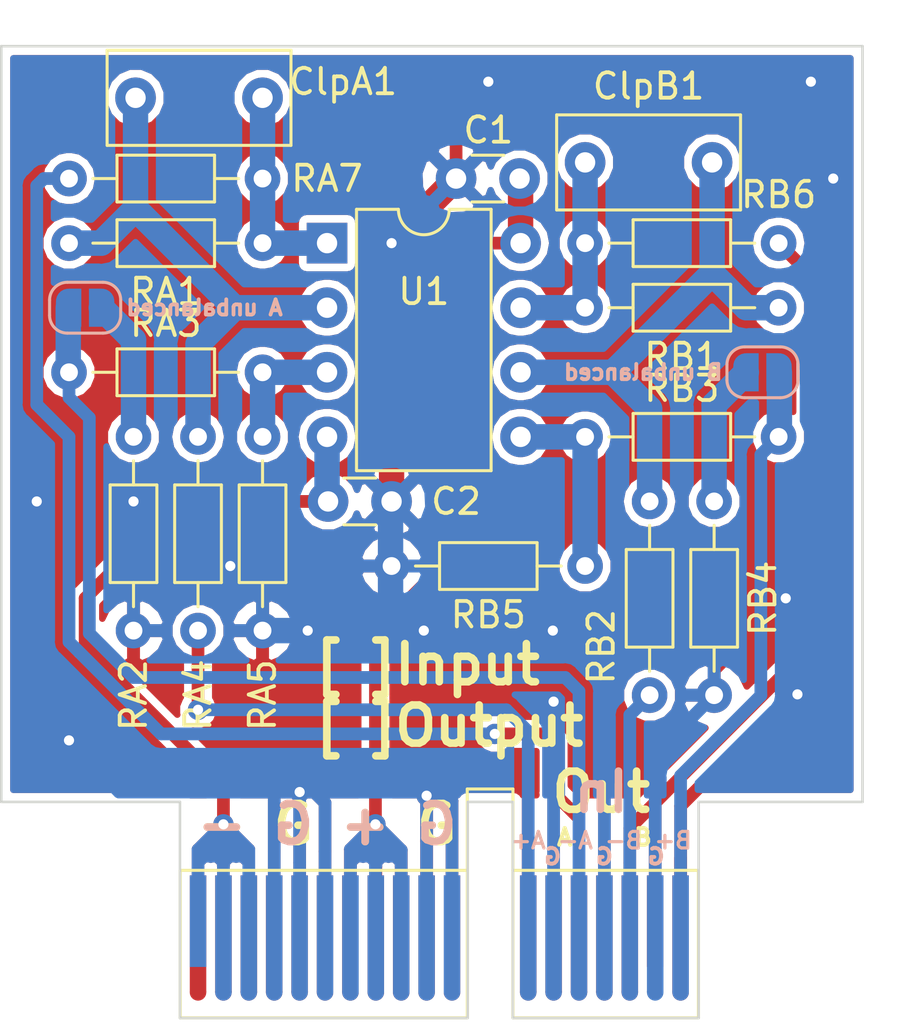
<source format=kicad_pcb>
(kicad_pcb (version 20171130) (host pcbnew 5.0.2-bee76a0~70~ubuntu16.04.1)

  (general
    (thickness 1.6)
    (drawings 22)
    (tracks 225)
    (zones 0)
    (modules 20)
    (nets 18)
  )

  (page A4)
  (layers
    (0 F.Cu signal)
    (31 B.Cu signal)
    (32 B.Adhes user)
    (33 F.Adhes user)
    (34 B.Paste user)
    (35 F.Paste user)
    (36 B.SilkS user)
    (37 F.SilkS user)
    (38 B.Mask user)
    (39 F.Mask user)
    (40 Dwgs.User user)
    (41 Cmts.User user)
    (42 Eco1.User user)
    (43 Eco2.User user)
    (44 Edge.Cuts user)
    (45 Margin user)
    (46 B.CrtYd user)
    (47 F.CrtYd user)
    (48 B.Fab user)
    (49 F.Fab user)
  )

  (setup
    (last_trace_width 0.5)
    (trace_clearance 0.3)
    (zone_clearance 0.3)
    (zone_45_only no)
    (trace_min 0.2)
    (segment_width 0.2)
    (edge_width 0.1)
    (via_size 0.8)
    (via_drill 0.4)
    (via_min_size 0.4)
    (via_min_drill 0.3)
    (uvia_size 0.3)
    (uvia_drill 0.1)
    (uvias_allowed no)
    (uvia_min_size 0.2)
    (uvia_min_drill 0.1)
    (pcb_text_width 0.3)
    (pcb_text_size 1.5 1.5)
    (mod_edge_width 0.15)
    (mod_text_size 1 1)
    (mod_text_width 0.15)
    (pad_size 1 0.5)
    (pad_drill 0)
    (pad_to_mask_clearance 0)
    (solder_mask_min_width 0.25)
    (aux_axis_origin 0 0)
    (visible_elements FFFFFF7F)
    (pcbplotparams
      (layerselection 0x010f0_ffffffff)
      (usegerberextensions false)
      (usegerberattributes true)
      (usegerberadvancedattributes false)
      (creategerberjobfile false)
      (excludeedgelayer false)
      (linewidth 0.100000)
      (plotframeref false)
      (viasonmask false)
      (mode 1)
      (useauxorigin false)
      (hpglpennumber 1)
      (hpglpenspeed 20)
      (hpglpendiameter 15.000000)
      (psnegative false)
      (psa4output false)
      (plotreference true)
      (plotvalue true)
      (plotinvisibletext false)
      (padsonsilk true)
      (subtractmaskfromsilk false)
      (outputformat 1)
      (mirror false)
      (drillshape 0)
      (scaleselection 1)
      (outputdirectory "plots/"))
  )

  (net 0 "")
  (net 1 +15V)
  (net 2 GNDA)
  (net 3 -15V)
  (net 4 "Net-(RA3-Pad2)")
  (net 5 "Net-(RB3-Pad2)")
  (net 6 inB+)
  (net 7 inA+)
  (net 8 inB-)
  (net 9 inA-)
  (net 10 outA)
  (net 11 outB)
  (net 12 "Net-(JA2-Pad2)")
  (net 13 "Net-(JB1-Pad2)")
  (net 14 "Net-(ClpA1-Pad1)")
  (net 15 "Net-(ClpA1-Pad2)")
  (net 16 "Net-(ClpB1-Pad2)")
  (net 17 "Net-(ClpB1-Pad1)")

  (net_class Default "This is the default net class."
    (clearance 0.3)
    (trace_width 0.5)
    (via_dia 0.8)
    (via_drill 0.4)
    (uvia_dia 0.3)
    (uvia_drill 0.1)
    (add_net "Net-(ClpA1-Pad1)")
    (add_net "Net-(ClpA1-Pad2)")
    (add_net "Net-(ClpB1-Pad1)")
    (add_net "Net-(ClpB1-Pad2)")
    (add_net "Net-(JA2-Pad2)")
    (add_net "Net-(JB1-Pad2)")
    (add_net "Net-(RA3-Pad2)")
    (add_net "Net-(RB3-Pad2)")
    (add_net inA+)
    (add_net inA-)
    (add_net inB+)
    (add_net inB-)
    (add_net outA)
    (add_net outB)
  )

  (net_class power ""
    (clearance 0.3)
    (trace_width 0.5)
    (via_dia 0.8)
    (via_drill 0.4)
    (uvia_dia 0.3)
    (uvia_drill 0.1)
    (add_net +15V)
    (add_net -15V)
    (add_net GNDA)
  )

  (module Package_DIP:DIP-8_W7.62mm (layer F.Cu) (tedit 5A02E8C5) (tstamp 5CA24E4D)
    (at 101.6 39.37)
    (descr "8-lead though-hole mounted DIP package, row spacing 7.62 mm (300 mils)")
    (tags "THT DIP DIL PDIP 2.54mm 7.62mm 300mil")
    (path /5C54CA7D)
    (fp_text reference U1 (at 3.81 1.905) (layer F.SilkS)
      (effects (font (size 1 1) (thickness 0.15)))
    )
    (fp_text value LM4562 (at 3.81 9.95) (layer F.Fab)
      (effects (font (size 1 1) (thickness 0.15)))
    )
    (fp_arc (start 3.81 -1.33) (end 2.81 -1.33) (angle -180) (layer F.SilkS) (width 0.12))
    (fp_line (start 1.635 -1.27) (end 6.985 -1.27) (layer F.Fab) (width 0.1))
    (fp_line (start 6.985 -1.27) (end 6.985 8.89) (layer F.Fab) (width 0.1))
    (fp_line (start 6.985 8.89) (end 0.635 8.89) (layer F.Fab) (width 0.1))
    (fp_line (start 0.635 8.89) (end 0.635 -0.27) (layer F.Fab) (width 0.1))
    (fp_line (start 0.635 -0.27) (end 1.635 -1.27) (layer F.Fab) (width 0.1))
    (fp_line (start 2.81 -1.33) (end 1.16 -1.33) (layer F.SilkS) (width 0.12))
    (fp_line (start 1.16 -1.33) (end 1.16 8.95) (layer F.SilkS) (width 0.12))
    (fp_line (start 1.16 8.95) (end 6.46 8.95) (layer F.SilkS) (width 0.12))
    (fp_line (start 6.46 8.95) (end 6.46 -1.33) (layer F.SilkS) (width 0.12))
    (fp_line (start 6.46 -1.33) (end 4.81 -1.33) (layer F.SilkS) (width 0.12))
    (fp_line (start -1.1 -1.55) (end -1.1 9.15) (layer F.CrtYd) (width 0.05))
    (fp_line (start -1.1 9.15) (end 8.7 9.15) (layer F.CrtYd) (width 0.05))
    (fp_line (start 8.7 9.15) (end 8.7 -1.55) (layer F.CrtYd) (width 0.05))
    (fp_line (start 8.7 -1.55) (end -1.1 -1.55) (layer F.CrtYd) (width 0.05))
    (fp_text user %R (at 3.81 3.81) (layer F.Fab)
      (effects (font (size 1 1) (thickness 0.15)))
    )
    (pad 1 thru_hole rect (at 0 0) (size 1.6 1.6) (drill 0.8) (layers *.Cu *.Mask)
      (net 14 "Net-(ClpA1-Pad1)"))
    (pad 5 thru_hole oval (at 7.62 7.62) (size 1.6 1.6) (drill 0.8) (layers *.Cu *.Mask)
      (net 5 "Net-(RB3-Pad2)"))
    (pad 2 thru_hole oval (at 0 2.54) (size 1.6 1.6) (drill 0.8) (layers *.Cu *.Mask)
      (net 15 "Net-(ClpA1-Pad2)"))
    (pad 6 thru_hole oval (at 7.62 5.08) (size 1.6 1.6) (drill 0.8) (layers *.Cu *.Mask)
      (net 16 "Net-(ClpB1-Pad2)"))
    (pad 3 thru_hole oval (at 0 5.08) (size 1.6 1.6) (drill 0.8) (layers *.Cu *.Mask)
      (net 4 "Net-(RA3-Pad2)"))
    (pad 7 thru_hole oval (at 7.62 2.54) (size 1.6 1.6) (drill 0.8) (layers *.Cu *.Mask)
      (net 17 "Net-(ClpB1-Pad1)"))
    (pad 4 thru_hole oval (at 0 7.62) (size 1.6 1.6) (drill 0.8) (layers *.Cu *.Mask)
      (net 3 -15V))
    (pad 8 thru_hole oval (at 7.62 0) (size 1.6 1.6) (drill 0.8) (layers *.Cu *.Mask)
      (net 1 +15V))
    (model ${KISYS3DMOD}/Package_DIP.3dshapes/DIP-8_W7.62mm.wrl
      (at (xyz 0 0 0))
      (scale (xyz 1 1 1))
      (rotate (xyz 0 0 0))
    )
  )

  (module footprints:PCIexpress_1x_letters (layer F.Cu) (tedit 5D08B442) (tstamp 5C54794C)
    (at 96.52 66.04)
    (descr "PCIexpress Bus Edge Connector")
    (tags "PCIexpress Bus Edge Connector")
    (path /5C5482AB)
    (attr virtual)
    (fp_text reference J3 (at 11.43 -4.318) (layer F.SilkS) hide
      (effects (font (size 1 1) (thickness 0.15)))
    )
    (fp_text value Conn_02x18_Row_Letter_First (at 16.48 -3.31) (layer F.Fab)
      (effects (font (size 1 1) (thickness 0.15)))
    )
    (fp_line (start 19.95 4.05) (end -0.95 4.05) (layer F.CrtYd) (width 0.05))
    (fp_line (start 19.95 4.05) (end 19.95 -5.45) (layer F.CrtYd) (width 0.05))
    (fp_line (start -0.95 -5.45) (end -0.95 4.05) (layer F.CrtYd) (width 0.05))
    (fp_line (start -0.95 -5.45) (end 19.95 -5.45) (layer F.CrtYd) (width 0.05))
    (fp_line (start 19.7 -2) (end 19.7 3.8) (layer F.SilkS) (width 0.12))
    (fp_line (start 12.4 -2) (end 12.4 3.8) (layer F.SilkS) (width 0.12))
    (fp_line (start 12.4 3.8) (end 19.7 3.8) (layer F.SilkS) (width 0.12))
    (fp_line (start 19.7 -2) (end 12.4 -2) (layer F.SilkS) (width 0.12))
    (fp_line (start -0.7 3.8) (end -0.7 -2) (layer F.SilkS) (width 0.12))
    (fp_line (start 10.6 3.8) (end -0.7 3.8) (layer F.SilkS) (width 0.12))
    (fp_line (start 10.6 -2) (end 10.6 3.8) (layer F.SilkS) (width 0.12))
    (fp_line (start -0.7 -2) (end 10.6 -2) (layer F.SilkS) (width 0.12))
    (fp_line (start 12.4 -5.2) (end 12.4 -2) (layer F.SilkS) (width 0.12))
    (fp_line (start 10.6 -5.2) (end 12.4 -5.2) (layer F.SilkS) (width 0.12))
    (fp_line (start 10.6 -2) (end 10.6 -5.2) (layer F.SilkS) (width 0.12))
    (fp_text user %R (at 9.5 0.662) (layer F.Fab)
      (effects (font (size 1 1) (thickness 0.15)))
    )
    (pad "" connect oval (at 1 2.8 90) (size 0.65 0.65) (layers B.Cu B.Mask))
    (pad "" connect oval (at 19 2.8 90) (size 0.65 0.65) (layers B.Cu B.Mask))
    (pad "" connect oval (at 18 2.8 90) (size 0.65 0.65) (layers B.Cu B.Mask))
    (pad "" connect oval (at 13 2.8 90) (size 0.65 0.65) (layers B.Cu B.Mask))
    (pad "" connect oval (at 10 2.8 90) (size 0.65 0.65) (layers B.Cu B.Mask))
    (pad "" connect oval (at 17 2.8 90) (size 0.65 0.65) (layers B.Cu B.Mask))
    (pad "" connect oval (at 14 2.8 90) (size 0.65 0.65) (layers B.Cu B.Mask))
    (pad "" connect oval (at 2 2.8 90) (size 0.65 0.65) (layers B.Cu B.Mask))
    (pad "" connect oval (at 16 2.8 90) (size 0.65 0.65) (layers B.Cu B.Mask))
    (pad "" connect oval (at 15 2.8 90) (size 0.65 0.65) (layers B.Cu B.Mask))
    (pad "" connect oval (at 9 2.8 90) (size 0.65 0.65) (layers B.Cu B.Mask))
    (pad "" connect oval (at 8 2.8 90) (size 0.65 0.65) (layers B.Cu B.Mask))
    (pad "" connect oval (at 7 2.8 90) (size 0.65 0.65) (layers B.Cu B.Mask))
    (pad "" connect oval (at 6 2.8 90) (size 0.65 0.65) (layers B.Cu B.Mask))
    (pad "" connect oval (at 5 2.8 90) (size 0.65 0.65) (layers B.Cu B.Mask))
    (pad "" connect oval (at 4 2.8 90) (size 0.65 0.65) (layers B.Cu B.Mask))
    (pad "" connect oval (at 3 2.8 90) (size 0.65 0.65) (layers B.Cu B.Mask))
    (pad "" connect circle (at 1 2.8) (size 0.65 0.65) (layers F.Cu F.Mask))
    (pad "" connect circle (at 17 2.8) (size 0.65 0.65) (layers F.Cu F.Mask))
    (pad "" connect circle (at 16 2.8) (size 0.65 0.65) (layers F.Cu F.Mask))
    (pad "" connect circle (at 15 2.8) (size 0.65 0.65) (layers F.Cu F.Mask))
    (pad "" connect circle (at 14 2.8) (size 0.65 0.65) (layers F.Cu F.Mask))
    (pad "" connect circle (at 13 2.8) (size 0.65 0.65) (layers F.Cu F.Mask))
    (pad "" connect circle (at 0 2.8) (size 0.65 0.65) (layers F.Cu F.Mask))
    (pad "" connect circle (at 10 2.8) (size 0.65 0.65) (layers F.Cu F.Mask))
    (pad "" connect circle (at 9 2.8) (size 0.65 0.65) (layers F.Cu F.Mask))
    (pad "" connect circle (at 8 2.8) (size 0.65 0.65) (layers F.Cu F.Mask))
    (pad "" connect circle (at 7 2.8) (size 0.65 0.65) (layers F.Cu F.Mask))
    (pad "" connect circle (at 6 2.8) (size 0.65 0.65) (layers F.Cu F.Mask))
    (pad "" connect circle (at 5 2.8) (size 0.65 0.65) (layers F.Cu F.Mask))
    (pad "" connect circle (at 4 2.8) (size 0.65 0.65) (layers F.Cu F.Mask))
    (pad "" connect circle (at 3 2.8) (size 0.65 0.65) (layers F.Cu F.Mask))
    (pad "" connect circle (at 2 2.8) (size 0.65 0.65) (layers F.Cu F.Mask))
    (pad 13a connect rect (at 14 0.5) (size 0.65 4.6) (layers B.Cu B.Mask)
      (net 2 GNDA))
    (pad 12a connect rect (at 13 0.5) (size 0.65 4.6) (layers B.Cu B.Mask)
      (net 9 inA-))
    (pad 18a connect rect (at 19 0.5) (size 0.65 4.6) (layers B.Cu B.Mask)
      (net 6 inB+))
    (pad 17a connect rect (at 18 0.5) (size 0.65 4.6) (layers B.Cu B.Mask)
      (net 2 GNDA))
    (pad 16a connect rect (at 17 0.5) (size 0.65 4.6) (layers B.Cu B.Mask)
      (net 8 inB-))
    (pad 15a connect rect (at 16 0.5) (size 0.65 4.6) (layers B.Cu B.Mask)
      (net 2 GNDA))
    (pad 14a connect rect (at 15 0.5) (size 0.65 4.6) (layers B.Cu B.Mask)
      (net 7 inA+))
    (pad 11a connect rect (at 10 0.5) (size 0.65 4.6) (layers B.Cu B.Mask)
      (net 2 GNDA))
    (pad 10a connect rect (at 9 0.5) (size 0.65 4.6) (layers B.Cu B.Mask)
      (net 2 GNDA))
    (pad 9a connect rect (at 8 0.5) (size 0.65 4.6) (layers B.Cu B.Mask)
      (net 1 +15V))
    (pad 8a connect rect (at 7 0.5) (size 0.65 4.6) (layers B.Cu B.Mask)
      (net 1 +15V))
    (pad 7a connect rect (at 6 0.5) (size 0.65 4.6) (layers B.Cu B.Mask)
      (net 1 +15V))
    (pad 6a connect rect (at 5 0.5) (size 0.65 4.6) (layers B.Cu B.Mask)
      (net 2 GNDA))
    (pad 5a connect rect (at 4 0.5) (size 0.65 4.6) (layers B.Cu B.Mask)
      (net 2 GNDA))
    (pad 4a connect rect (at 3 0.5) (size 0.65 4.6) (layers B.Cu B.Mask)
      (net 2 GNDA))
    (pad 3a connect rect (at 2 0.5) (size 0.65 4.6) (layers B.Cu B.Mask)
      (net 3 -15V))
    (pad 2a connect rect (at 1 0.5) (size 0.65 4.6) (layers B.Cu B.Mask)
      (net 3 -15V))
    (pad 1a connect rect (at 0 0) (size 0.65 3.6) (layers B.Cu B.Mask)
      (net 3 -15V))
    (pad 13b connect rect (at 14 0.5) (size 0.65 4.6) (layers F.Cu F.Mask)
      (net 10 outA))
    (pad 12b connect rect (at 13 0.5) (size 0.65 4.6) (layers F.Cu F.Mask)
      (net 2 GNDA))
    (pad 18b connect rect (at 19 0.5) (size 0.65 4.6) (layers F.Cu F.Mask)
      (net 2 GNDA))
    (pad 17b connect rect (at 18 0) (size 0.65 3.6) (layers F.Cu F.Mask)
      (net 11 outB))
    (pad 16b connect rect (at 17 0.5) (size 0.65 4.6) (layers F.Cu F.Mask)
      (net 11 outB))
    (pad 15b connect rect (at 16 0.5) (size 0.65 4.6) (layers F.Cu F.Mask)
      (net 2 GNDA))
    (pad 14b connect rect (at 15 0.5) (size 0.65 4.6) (layers F.Cu F.Mask)
      (net 10 outA))
    (pad 11b connect rect (at 10 0.5) (size 0.65 4.6) (layers F.Cu F.Mask)
      (net 2 GNDA))
    (pad 10b connect rect (at 9 0.5) (size 0.65 4.6) (layers F.Cu F.Mask)
      (net 2 GNDA))
    (pad 9b connect rect (at 8 0.5) (size 0.65 4.6) (layers F.Cu F.Mask)
      (net 1 +15V))
    (pad 8b connect rect (at 7 0.5) (size 0.65 4.6) (layers F.Cu F.Mask)
      (net 1 +15V))
    (pad 7b connect rect (at 6 0.5) (size 0.65 4.6) (layers F.Cu F.Mask)
      (net 1 +15V))
    (pad 6b connect rect (at 5 0.5) (size 0.65 4.6) (layers F.Cu F.Mask)
      (net 2 GNDA))
    (pad 5b connect rect (at 4 0.5) (size 0.65 4.6) (layers F.Cu F.Mask)
      (net 2 GNDA))
    (pad 4b connect rect (at 3 0.5) (size 0.65 4.6) (layers F.Cu F.Mask)
      (net 2 GNDA))
    (pad 3b connect rect (at 2 0.5) (size 0.65 4.6) (layers F.Cu F.Mask)
      (net 3 -15V))
    (pad 2b connect rect (at 1 0.5) (size 0.65 4.6) (layers F.Cu F.Mask)
      (net 3 -15V))
    (pad 1b connect rect (at 0 0.5) (size 0.65 4.6) (layers F.Cu F.Mask)
      (net 3 -15V))
    (pad "" connect circle (at 19 2.8) (size 0.65 0.65) (layers F.Cu F.Mask))
  )

  (module Resistor_THT:R_Axial_DIN0204_L3.6mm_D1.6mm_P7.62mm_Horizontal (layer F.Cu) (tedit 5AE5139B) (tstamp 5CA24D4F)
    (at 96.52 54.61 90)
    (descr "Resistor, Axial_DIN0204 series, Axial, Horizontal, pin pitch=7.62mm, 0.167W, length*diameter=3.6*1.6mm^2, http://cdn-reichelt.de/documents/datenblatt/B400/1_4W%23YAG.pdf")
    (tags "Resistor Axial_DIN0204 series Axial Horizontal pin pitch 7.62mm 0.167W length 3.6mm diameter 1.6mm")
    (path /5C54CA8C)
    (fp_text reference RA2 (at -2.54 -2.54 90) (layer F.SilkS)
      (effects (font (size 1 1) (thickness 0.15)))
    )
    (fp_text value 10k|0 (at 3.81 1.92 90) (layer F.Fab)
      (effects (font (size 1 1) (thickness 0.15)))
    )
    (fp_line (start 2.01 -0.8) (end 2.01 0.8) (layer F.Fab) (width 0.1))
    (fp_line (start 2.01 0.8) (end 5.61 0.8) (layer F.Fab) (width 0.1))
    (fp_line (start 5.61 0.8) (end 5.61 -0.8) (layer F.Fab) (width 0.1))
    (fp_line (start 5.61 -0.8) (end 2.01 -0.8) (layer F.Fab) (width 0.1))
    (fp_line (start 0 0) (end 2.01 0) (layer F.Fab) (width 0.1))
    (fp_line (start 7.62 0) (end 5.61 0) (layer F.Fab) (width 0.1))
    (fp_line (start 1.89 -0.92) (end 1.89 0.92) (layer F.SilkS) (width 0.12))
    (fp_line (start 1.89 0.92) (end 5.73 0.92) (layer F.SilkS) (width 0.12))
    (fp_line (start 5.73 0.92) (end 5.73 -0.92) (layer F.SilkS) (width 0.12))
    (fp_line (start 5.73 -0.92) (end 1.89 -0.92) (layer F.SilkS) (width 0.12))
    (fp_line (start 0.94 0) (end 1.89 0) (layer F.SilkS) (width 0.12))
    (fp_line (start 6.68 0) (end 5.73 0) (layer F.SilkS) (width 0.12))
    (fp_line (start -0.95 -1.05) (end -0.95 1.05) (layer F.CrtYd) (width 0.05))
    (fp_line (start -0.95 1.05) (end 8.57 1.05) (layer F.CrtYd) (width 0.05))
    (fp_line (start 8.57 1.05) (end 8.57 -1.05) (layer F.CrtYd) (width 0.05))
    (fp_line (start 8.57 -1.05) (end -0.95 -1.05) (layer F.CrtYd) (width 0.05))
    (fp_text user %R (at 3.81 0 90) (layer F.Fab)
      (effects (font (size 0.72 0.72) (thickness 0.108)))
    )
    (pad 1 thru_hole circle (at 0 0 90) (size 1.4 1.4) (drill 0.7) (layers *.Cu *.Mask)
      (net 9 inA-))
    (pad 2 thru_hole oval (at 7.62 0 90) (size 1.4 1.4) (drill 0.7) (layers *.Cu *.Mask)
      (net 15 "Net-(ClpA1-Pad2)"))
    (model ${KISYS3DMOD}/Resistor_THT.3dshapes/R_Axial_DIN0204_L3.6mm_D1.6mm_P7.62mm_Horizontal.wrl
      (at (xyz 0 0 0))
      (scale (xyz 1 1 1))
      (rotate (xyz 0 0 0))
    )
  )

  (module Resistor_THT:R_Axial_DIN0204_L3.6mm_D1.6mm_P7.62mm_Horizontal (layer F.Cu) (tedit 5AE5139B) (tstamp 5CA24B48)
    (at 91.44 44.45)
    (descr "Resistor, Axial_DIN0204 series, Axial, Horizontal, pin pitch=7.62mm, 0.167W, length*diameter=3.6*1.6mm^2, http://cdn-reichelt.de/documents/datenblatt/B400/1_4W%23YAG.pdf")
    (tags "Resistor Axial_DIN0204 series Axial Horizontal pin pitch 7.62mm 0.167W length 3.6mm diameter 1.6mm")
    (path /5C54CAA4)
    (fp_text reference RA3 (at 3.81 -1.92) (layer F.SilkS)
      (effects (font (size 1 1) (thickness 0.15)))
    )
    (fp_text value 10k|1k (at 3.81 1.92) (layer F.Fab)
      (effects (font (size 1 1) (thickness 0.15)))
    )
    (fp_text user %R (at 3.81 0) (layer F.Fab)
      (effects (font (size 0.72 0.72) (thickness 0.108)))
    )
    (fp_line (start 8.57 -1.05) (end -0.95 -1.05) (layer F.CrtYd) (width 0.05))
    (fp_line (start 8.57 1.05) (end 8.57 -1.05) (layer F.CrtYd) (width 0.05))
    (fp_line (start -0.95 1.05) (end 8.57 1.05) (layer F.CrtYd) (width 0.05))
    (fp_line (start -0.95 -1.05) (end -0.95 1.05) (layer F.CrtYd) (width 0.05))
    (fp_line (start 6.68 0) (end 5.73 0) (layer F.SilkS) (width 0.12))
    (fp_line (start 0.94 0) (end 1.89 0) (layer F.SilkS) (width 0.12))
    (fp_line (start 5.73 -0.92) (end 1.89 -0.92) (layer F.SilkS) (width 0.12))
    (fp_line (start 5.73 0.92) (end 5.73 -0.92) (layer F.SilkS) (width 0.12))
    (fp_line (start 1.89 0.92) (end 5.73 0.92) (layer F.SilkS) (width 0.12))
    (fp_line (start 1.89 -0.92) (end 1.89 0.92) (layer F.SilkS) (width 0.12))
    (fp_line (start 7.62 0) (end 5.61 0) (layer F.Fab) (width 0.1))
    (fp_line (start 0 0) (end 2.01 0) (layer F.Fab) (width 0.1))
    (fp_line (start 5.61 -0.8) (end 2.01 -0.8) (layer F.Fab) (width 0.1))
    (fp_line (start 5.61 0.8) (end 5.61 -0.8) (layer F.Fab) (width 0.1))
    (fp_line (start 2.01 0.8) (end 5.61 0.8) (layer F.Fab) (width 0.1))
    (fp_line (start 2.01 -0.8) (end 2.01 0.8) (layer F.Fab) (width 0.1))
    (pad 2 thru_hole oval (at 7.62 0) (size 1.4 1.4) (drill 0.7) (layers *.Cu *.Mask)
      (net 4 "Net-(RA3-Pad2)"))
    (pad 1 thru_hole circle (at 0 0) (size 1.4 1.4) (drill 0.7) (layers *.Cu *.Mask)
      (net 7 inA+))
    (model ${KISYS3DMOD}/Resistor_THT.3dshapes/R_Axial_DIN0204_L3.6mm_D1.6mm_P7.62mm_Horizontal.wrl
      (at (xyz 0 0 0))
      (scale (xyz 1 1 1))
      (rotate (xyz 0 0 0))
    )
  )

  (module Resistor_THT:R_Axial_DIN0204_L3.6mm_D1.6mm_P7.62mm_Horizontal (layer F.Cu) (tedit 5AE5139B) (tstamp 5CA24BBD)
    (at 93.98 46.99 270)
    (descr "Resistor, Axial_DIN0204 series, Axial, Horizontal, pin pitch=7.62mm, 0.167W, length*diameter=3.6*1.6mm^2, http://cdn-reichelt.de/documents/datenblatt/B400/1_4W%23YAG.pdf")
    (tags "Resistor Axial_DIN0204 series Axial Horizontal pin pitch 7.62mm 0.167W length 3.6mm diameter 1.6mm")
    (path /5C54CAB9)
    (fp_text reference RA4 (at 10.16 -2.54 270) (layer F.SilkS)
      (effects (font (size 1 1) (thickness 0.15)))
    )
    (fp_text value 10|0 (at 3.81 1.92 270) (layer F.Fab)
      (effects (font (size 1 1) (thickness 0.15)))
    )
    (fp_text user %R (at 3.81 0 270) (layer F.Fab)
      (effects (font (size 0.72 0.72) (thickness 0.108)))
    )
    (fp_line (start 8.57 -1.05) (end -0.95 -1.05) (layer F.CrtYd) (width 0.05))
    (fp_line (start 8.57 1.05) (end 8.57 -1.05) (layer F.CrtYd) (width 0.05))
    (fp_line (start -0.95 1.05) (end 8.57 1.05) (layer F.CrtYd) (width 0.05))
    (fp_line (start -0.95 -1.05) (end -0.95 1.05) (layer F.CrtYd) (width 0.05))
    (fp_line (start 6.68 0) (end 5.73 0) (layer F.SilkS) (width 0.12))
    (fp_line (start 0.94 0) (end 1.89 0) (layer F.SilkS) (width 0.12))
    (fp_line (start 5.73 -0.92) (end 1.89 -0.92) (layer F.SilkS) (width 0.12))
    (fp_line (start 5.73 0.92) (end 5.73 -0.92) (layer F.SilkS) (width 0.12))
    (fp_line (start 1.89 0.92) (end 5.73 0.92) (layer F.SilkS) (width 0.12))
    (fp_line (start 1.89 -0.92) (end 1.89 0.92) (layer F.SilkS) (width 0.12))
    (fp_line (start 7.62 0) (end 5.61 0) (layer F.Fab) (width 0.1))
    (fp_line (start 0 0) (end 2.01 0) (layer F.Fab) (width 0.1))
    (fp_line (start 5.61 -0.8) (end 2.01 -0.8) (layer F.Fab) (width 0.1))
    (fp_line (start 5.61 0.8) (end 5.61 -0.8) (layer F.Fab) (width 0.1))
    (fp_line (start 2.01 0.8) (end 5.61 0.8) (layer F.Fab) (width 0.1))
    (fp_line (start 2.01 -0.8) (end 2.01 0.8) (layer F.Fab) (width 0.1))
    (pad 2 thru_hole oval (at 7.62 0 270) (size 1.4 1.4) (drill 0.7) (layers *.Cu *.Mask)
      (net 2 GNDA))
    (pad 1 thru_hole circle (at 0 0 270) (size 1.4 1.4) (drill 0.7) (layers *.Cu *.Mask)
      (net 12 "Net-(JA2-Pad2)"))
    (model ${KISYS3DMOD}/Resistor_THT.3dshapes/R_Axial_DIN0204_L3.6mm_D1.6mm_P7.62mm_Horizontal.wrl
      (at (xyz 0 0 0))
      (scale (xyz 1 1 1))
      (rotate (xyz 0 0 0))
    )
  )

  (module Resistor_THT:R_Axial_DIN0204_L3.6mm_D1.6mm_P7.62mm_Horizontal (layer F.Cu) (tedit 5AE5139B) (tstamp 5CA24D91)
    (at 99.06 46.99 270)
    (descr "Resistor, Axial_DIN0204 series, Axial, Horizontal, pin pitch=7.62mm, 0.167W, length*diameter=3.6*1.6mm^2, http://cdn-reichelt.de/documents/datenblatt/B400/1_4W%23YAG.pdf")
    (tags "Resistor Axial_DIN0204 series Axial Horizontal pin pitch 7.62mm 0.167W length 3.6mm diameter 1.6mm")
    (path /5C54CAAC)
    (fp_text reference RA5 (at 10.16 0 270) (layer F.SilkS)
      (effects (font (size 1 1) (thickness 0.15)))
    )
    (fp_text value 10k|open (at 3.81 1.92 270) (layer F.Fab)
      (effects (font (size 1 1) (thickness 0.15)))
    )
    (fp_line (start 2.01 -0.8) (end 2.01 0.8) (layer F.Fab) (width 0.1))
    (fp_line (start 2.01 0.8) (end 5.61 0.8) (layer F.Fab) (width 0.1))
    (fp_line (start 5.61 0.8) (end 5.61 -0.8) (layer F.Fab) (width 0.1))
    (fp_line (start 5.61 -0.8) (end 2.01 -0.8) (layer F.Fab) (width 0.1))
    (fp_line (start 0 0) (end 2.01 0) (layer F.Fab) (width 0.1))
    (fp_line (start 7.62 0) (end 5.61 0) (layer F.Fab) (width 0.1))
    (fp_line (start 1.89 -0.92) (end 1.89 0.92) (layer F.SilkS) (width 0.12))
    (fp_line (start 1.89 0.92) (end 5.73 0.92) (layer F.SilkS) (width 0.12))
    (fp_line (start 5.73 0.92) (end 5.73 -0.92) (layer F.SilkS) (width 0.12))
    (fp_line (start 5.73 -0.92) (end 1.89 -0.92) (layer F.SilkS) (width 0.12))
    (fp_line (start 0.94 0) (end 1.89 0) (layer F.SilkS) (width 0.12))
    (fp_line (start 6.68 0) (end 5.73 0) (layer F.SilkS) (width 0.12))
    (fp_line (start -0.95 -1.05) (end -0.95 1.05) (layer F.CrtYd) (width 0.05))
    (fp_line (start -0.95 1.05) (end 8.57 1.05) (layer F.CrtYd) (width 0.05))
    (fp_line (start 8.57 1.05) (end 8.57 -1.05) (layer F.CrtYd) (width 0.05))
    (fp_line (start 8.57 -1.05) (end -0.95 -1.05) (layer F.CrtYd) (width 0.05))
    (fp_text user %R (at 3.81 0 270) (layer F.Fab)
      (effects (font (size 0.72 0.72) (thickness 0.108)))
    )
    (pad 1 thru_hole circle (at 0 0 270) (size 1.4 1.4) (drill 0.7) (layers *.Cu *.Mask)
      (net 4 "Net-(RA3-Pad2)"))
    (pad 2 thru_hole oval (at 7.62 0 270) (size 1.4 1.4) (drill 0.7) (layers *.Cu *.Mask)
      (net 2 GNDA))
    (model ${KISYS3DMOD}/Resistor_THT.3dshapes/R_Axial_DIN0204_L3.6mm_D1.6mm_P7.62mm_Horizontal.wrl
      (at (xyz 0 0 0))
      (scale (xyz 1 1 1))
      (rotate (xyz 0 0 0))
    )
  )

  (module Resistor_THT:R_Axial_DIN0204_L3.6mm_D1.6mm_P7.62mm_Horizontal (layer F.Cu) (tedit 5AE5139B) (tstamp 5CA24E06)
    (at 119.38 41.91 180)
    (descr "Resistor, Axial_DIN0204 series, Axial, Horizontal, pin pitch=7.62mm, 0.167W, length*diameter=3.6*1.6mm^2, http://cdn-reichelt.de/documents/datenblatt/B400/1_4W%23YAG.pdf")
    (tags "Resistor Axial_DIN0204 series Axial Horizontal pin pitch 7.62mm 0.167W length 3.6mm diameter 1.6mm")
    (path /5C54CB19)
    (fp_text reference RB1 (at 3.81 -1.92 180) (layer F.SilkS)
      (effects (font (size 1 1) (thickness 0.15)))
    )
    (fp_text value 10k (at 3.81 1.92 180) (layer F.Fab)
      (effects (font (size 1 1) (thickness 0.15)))
    )
    (fp_line (start 2.01 -0.8) (end 2.01 0.8) (layer F.Fab) (width 0.1))
    (fp_line (start 2.01 0.8) (end 5.61 0.8) (layer F.Fab) (width 0.1))
    (fp_line (start 5.61 0.8) (end 5.61 -0.8) (layer F.Fab) (width 0.1))
    (fp_line (start 5.61 -0.8) (end 2.01 -0.8) (layer F.Fab) (width 0.1))
    (fp_line (start 0 0) (end 2.01 0) (layer F.Fab) (width 0.1))
    (fp_line (start 7.62 0) (end 5.61 0) (layer F.Fab) (width 0.1))
    (fp_line (start 1.89 -0.92) (end 1.89 0.92) (layer F.SilkS) (width 0.12))
    (fp_line (start 1.89 0.92) (end 5.73 0.92) (layer F.SilkS) (width 0.12))
    (fp_line (start 5.73 0.92) (end 5.73 -0.92) (layer F.SilkS) (width 0.12))
    (fp_line (start 5.73 -0.92) (end 1.89 -0.92) (layer F.SilkS) (width 0.12))
    (fp_line (start 0.94 0) (end 1.89 0) (layer F.SilkS) (width 0.12))
    (fp_line (start 6.68 0) (end 5.73 0) (layer F.SilkS) (width 0.12))
    (fp_line (start -0.95 -1.05) (end -0.95 1.05) (layer F.CrtYd) (width 0.05))
    (fp_line (start -0.95 1.05) (end 8.57 1.05) (layer F.CrtYd) (width 0.05))
    (fp_line (start 8.57 1.05) (end 8.57 -1.05) (layer F.CrtYd) (width 0.05))
    (fp_line (start 8.57 -1.05) (end -0.95 -1.05) (layer F.CrtYd) (width 0.05))
    (fp_text user %R (at 3.81 0 180) (layer F.Fab)
      (effects (font (size 0.72 0.72) (thickness 0.108)))
    )
    (pad 1 thru_hole circle (at 0 0 180) (size 1.4 1.4) (drill 0.7) (layers *.Cu *.Mask)
      (net 16 "Net-(ClpB1-Pad2)"))
    (pad 2 thru_hole oval (at 7.62 0 180) (size 1.4 1.4) (drill 0.7) (layers *.Cu *.Mask)
      (net 17 "Net-(ClpB1-Pad1)"))
    (model ${KISYS3DMOD}/Resistor_THT.3dshapes/R_Axial_DIN0204_L3.6mm_D1.6mm_P7.62mm_Horizontal.wrl
      (at (xyz 0 0 0))
      (scale (xyz 1 1 1))
      (rotate (xyz 0 0 0))
    )
  )

  (module Resistor_THT:R_Axial_DIN0204_L3.6mm_D1.6mm_P7.62mm_Horizontal (layer F.Cu) (tedit 5AE5139B) (tstamp 5CA24C29)
    (at 114.3 57.15 90)
    (descr "Resistor, Axial_DIN0204 series, Axial, Horizontal, pin pitch=7.62mm, 0.167W, length*diameter=3.6*1.6mm^2, http://cdn-reichelt.de/documents/datenblatt/B400/1_4W%23YAG.pdf")
    (tags "Resistor Axial_DIN0204 series Axial Horizontal pin pitch 7.62mm 0.167W length 3.6mm diameter 1.6mm")
    (path /5C54CAD8)
    (fp_text reference RB2 (at 1.905 -1.905 90) (layer F.SilkS)
      (effects (font (size 1 1) (thickness 0.15)))
    )
    (fp_text value 10k|0 (at 3.81 1.92 90) (layer F.Fab)
      (effects (font (size 1 1) (thickness 0.15)))
    )
    (fp_line (start 2.01 -0.8) (end 2.01 0.8) (layer F.Fab) (width 0.1))
    (fp_line (start 2.01 0.8) (end 5.61 0.8) (layer F.Fab) (width 0.1))
    (fp_line (start 5.61 0.8) (end 5.61 -0.8) (layer F.Fab) (width 0.1))
    (fp_line (start 5.61 -0.8) (end 2.01 -0.8) (layer F.Fab) (width 0.1))
    (fp_line (start 0 0) (end 2.01 0) (layer F.Fab) (width 0.1))
    (fp_line (start 7.62 0) (end 5.61 0) (layer F.Fab) (width 0.1))
    (fp_line (start 1.89 -0.92) (end 1.89 0.92) (layer F.SilkS) (width 0.12))
    (fp_line (start 1.89 0.92) (end 5.73 0.92) (layer F.SilkS) (width 0.12))
    (fp_line (start 5.73 0.92) (end 5.73 -0.92) (layer F.SilkS) (width 0.12))
    (fp_line (start 5.73 -0.92) (end 1.89 -0.92) (layer F.SilkS) (width 0.12))
    (fp_line (start 0.94 0) (end 1.89 0) (layer F.SilkS) (width 0.12))
    (fp_line (start 6.68 0) (end 5.73 0) (layer F.SilkS) (width 0.12))
    (fp_line (start -0.95 -1.05) (end -0.95 1.05) (layer F.CrtYd) (width 0.05))
    (fp_line (start -0.95 1.05) (end 8.57 1.05) (layer F.CrtYd) (width 0.05))
    (fp_line (start 8.57 1.05) (end 8.57 -1.05) (layer F.CrtYd) (width 0.05))
    (fp_line (start 8.57 -1.05) (end -0.95 -1.05) (layer F.CrtYd) (width 0.05))
    (fp_text user %R (at 3.81 0 90) (layer F.Fab)
      (effects (font (size 0.72 0.72) (thickness 0.108)))
    )
    (pad 1 thru_hole circle (at 0 0 90) (size 1.4 1.4) (drill 0.7) (layers *.Cu *.Mask)
      (net 8 inB-))
    (pad 2 thru_hole oval (at 7.62 0 90) (size 1.4 1.4) (drill 0.7) (layers *.Cu *.Mask)
      (net 16 "Net-(ClpB1-Pad2)"))
    (model ${KISYS3DMOD}/Resistor_THT.3dshapes/R_Axial_DIN0204_L3.6mm_D1.6mm_P7.62mm_Horizontal.wrl
      (at (xyz 0 0 0))
      (scale (xyz 1 1 1))
      (rotate (xyz 0 0 0))
    )
  )

  (module Resistor_THT:R_Axial_DIN0204_L3.6mm_D1.6mm_P7.62mm_Horizontal (layer F.Cu) (tedit 5AE5139B) (tstamp 5CA24AD9)
    (at 119.38 46.99 180)
    (descr "Resistor, Axial_DIN0204 series, Axial, Horizontal, pin pitch=7.62mm, 0.167W, length*diameter=3.6*1.6mm^2, http://cdn-reichelt.de/documents/datenblatt/B400/1_4W%23YAG.pdf")
    (tags "Resistor Axial_DIN0204 series Axial Horizontal pin pitch 7.62mm 0.167W length 3.6mm diameter 1.6mm")
    (path /5C54CAE4)
    (fp_text reference RB3 (at 3.81 1.905 180) (layer F.SilkS)
      (effects (font (size 1 1) (thickness 0.15)))
    )
    (fp_text value 10k|1k (at 3.81 1.92 180) (layer F.Fab)
      (effects (font (size 1 1) (thickness 0.15)))
    )
    (fp_text user %R (at 3.81 0 180) (layer F.Fab)
      (effects (font (size 0.72 0.72) (thickness 0.108)))
    )
    (fp_line (start 8.57 -1.05) (end -0.95 -1.05) (layer F.CrtYd) (width 0.05))
    (fp_line (start 8.57 1.05) (end 8.57 -1.05) (layer F.CrtYd) (width 0.05))
    (fp_line (start -0.95 1.05) (end 8.57 1.05) (layer F.CrtYd) (width 0.05))
    (fp_line (start -0.95 -1.05) (end -0.95 1.05) (layer F.CrtYd) (width 0.05))
    (fp_line (start 6.68 0) (end 5.73 0) (layer F.SilkS) (width 0.12))
    (fp_line (start 0.94 0) (end 1.89 0) (layer F.SilkS) (width 0.12))
    (fp_line (start 5.73 -0.92) (end 1.89 -0.92) (layer F.SilkS) (width 0.12))
    (fp_line (start 5.73 0.92) (end 5.73 -0.92) (layer F.SilkS) (width 0.12))
    (fp_line (start 1.89 0.92) (end 5.73 0.92) (layer F.SilkS) (width 0.12))
    (fp_line (start 1.89 -0.92) (end 1.89 0.92) (layer F.SilkS) (width 0.12))
    (fp_line (start 7.62 0) (end 5.61 0) (layer F.Fab) (width 0.1))
    (fp_line (start 0 0) (end 2.01 0) (layer F.Fab) (width 0.1))
    (fp_line (start 5.61 -0.8) (end 2.01 -0.8) (layer F.Fab) (width 0.1))
    (fp_line (start 5.61 0.8) (end 5.61 -0.8) (layer F.Fab) (width 0.1))
    (fp_line (start 2.01 0.8) (end 5.61 0.8) (layer F.Fab) (width 0.1))
    (fp_line (start 2.01 -0.8) (end 2.01 0.8) (layer F.Fab) (width 0.1))
    (pad 2 thru_hole oval (at 7.62 0 180) (size 1.4 1.4) (drill 0.7) (layers *.Cu *.Mask)
      (net 5 "Net-(RB3-Pad2)"))
    (pad 1 thru_hole circle (at 0 0 180) (size 1.4 1.4) (drill 0.7) (layers *.Cu *.Mask)
      (net 6 inB+))
    (model ${KISYS3DMOD}/Resistor_THT.3dshapes/R_Axial_DIN0204_L3.6mm_D1.6mm_P7.62mm_Horizontal.wrl
      (at (xyz 0 0 0))
      (scale (xyz 1 1 1))
      (rotate (xyz 0 0 0))
    )
  )

  (module Resistor_THT:R_Axial_DIN0204_L3.6mm_D1.6mm_P7.62mm_Horizontal (layer F.Cu) (tedit 5AE5139B) (tstamp 5CA24C6B)
    (at 116.84 49.53 270)
    (descr "Resistor, Axial_DIN0204 series, Axial, Horizontal, pin pitch=7.62mm, 0.167W, length*diameter=3.6*1.6mm^2, http://cdn-reichelt.de/documents/datenblatt/B400/1_4W%23YAG.pdf")
    (tags "Resistor Axial_DIN0204 series Axial Horizontal pin pitch 7.62mm 0.167W length 3.6mm diameter 1.6mm")
    (path /5C54CAF8)
    (fp_text reference RB4 (at 3.81 -1.92 270) (layer F.SilkS)
      (effects (font (size 1 1) (thickness 0.15)))
    )
    (fp_text value 10|0 (at 3.81 1.92 270) (layer F.Fab)
      (effects (font (size 1 1) (thickness 0.15)))
    )
    (fp_text user %R (at 3.81 0 270) (layer F.Fab)
      (effects (font (size 0.72 0.72) (thickness 0.108)))
    )
    (fp_line (start 8.57 -1.05) (end -0.95 -1.05) (layer F.CrtYd) (width 0.05))
    (fp_line (start 8.57 1.05) (end 8.57 -1.05) (layer F.CrtYd) (width 0.05))
    (fp_line (start -0.95 1.05) (end 8.57 1.05) (layer F.CrtYd) (width 0.05))
    (fp_line (start -0.95 -1.05) (end -0.95 1.05) (layer F.CrtYd) (width 0.05))
    (fp_line (start 6.68 0) (end 5.73 0) (layer F.SilkS) (width 0.12))
    (fp_line (start 0.94 0) (end 1.89 0) (layer F.SilkS) (width 0.12))
    (fp_line (start 5.73 -0.92) (end 1.89 -0.92) (layer F.SilkS) (width 0.12))
    (fp_line (start 5.73 0.92) (end 5.73 -0.92) (layer F.SilkS) (width 0.12))
    (fp_line (start 1.89 0.92) (end 5.73 0.92) (layer F.SilkS) (width 0.12))
    (fp_line (start 1.89 -0.92) (end 1.89 0.92) (layer F.SilkS) (width 0.12))
    (fp_line (start 7.62 0) (end 5.61 0) (layer F.Fab) (width 0.1))
    (fp_line (start 0 0) (end 2.01 0) (layer F.Fab) (width 0.1))
    (fp_line (start 5.61 -0.8) (end 2.01 -0.8) (layer F.Fab) (width 0.1))
    (fp_line (start 5.61 0.8) (end 5.61 -0.8) (layer F.Fab) (width 0.1))
    (fp_line (start 2.01 0.8) (end 5.61 0.8) (layer F.Fab) (width 0.1))
    (fp_line (start 2.01 -0.8) (end 2.01 0.8) (layer F.Fab) (width 0.1))
    (pad 2 thru_hole oval (at 7.62 0 270) (size 1.4 1.4) (drill 0.7) (layers *.Cu *.Mask)
      (net 2 GNDA))
    (pad 1 thru_hole circle (at 0 0 270) (size 1.4 1.4) (drill 0.7) (layers *.Cu *.Mask)
      (net 13 "Net-(JB1-Pad2)"))
    (model ${KISYS3DMOD}/Resistor_THT.3dshapes/R_Axial_DIN0204_L3.6mm_D1.6mm_P7.62mm_Horizontal.wrl
      (at (xyz 0 0 0))
      (scale (xyz 1 1 1))
      (rotate (xyz 0 0 0))
    )
  )

  (module Resistor_THT:R_Axial_DIN0204_L3.6mm_D1.6mm_P7.62mm_Horizontal (layer F.Cu) (tedit 5AE5139B) (tstamp 5CA24CF2)
    (at 111.76 52.07 180)
    (descr "Resistor, Axial_DIN0204 series, Axial, Horizontal, pin pitch=7.62mm, 0.167W, length*diameter=3.6*1.6mm^2, http://cdn-reichelt.de/documents/datenblatt/B400/1_4W%23YAG.pdf")
    (tags "Resistor Axial_DIN0204 series Axial Horizontal pin pitch 7.62mm 0.167W length 3.6mm diameter 1.6mm")
    (path /5C54CAEC)
    (fp_text reference RB5 (at 3.81 -1.92 180) (layer F.SilkS)
      (effects (font (size 1 1) (thickness 0.15)))
    )
    (fp_text value 10k|open (at 3.81 1.92 180) (layer F.Fab)
      (effects (font (size 1 1) (thickness 0.15)))
    )
    (fp_line (start 2.01 -0.8) (end 2.01 0.8) (layer F.Fab) (width 0.1))
    (fp_line (start 2.01 0.8) (end 5.61 0.8) (layer F.Fab) (width 0.1))
    (fp_line (start 5.61 0.8) (end 5.61 -0.8) (layer F.Fab) (width 0.1))
    (fp_line (start 5.61 -0.8) (end 2.01 -0.8) (layer F.Fab) (width 0.1))
    (fp_line (start 0 0) (end 2.01 0) (layer F.Fab) (width 0.1))
    (fp_line (start 7.62 0) (end 5.61 0) (layer F.Fab) (width 0.1))
    (fp_line (start 1.89 -0.92) (end 1.89 0.92) (layer F.SilkS) (width 0.12))
    (fp_line (start 1.89 0.92) (end 5.73 0.92) (layer F.SilkS) (width 0.12))
    (fp_line (start 5.73 0.92) (end 5.73 -0.92) (layer F.SilkS) (width 0.12))
    (fp_line (start 5.73 -0.92) (end 1.89 -0.92) (layer F.SilkS) (width 0.12))
    (fp_line (start 0.94 0) (end 1.89 0) (layer F.SilkS) (width 0.12))
    (fp_line (start 6.68 0) (end 5.73 0) (layer F.SilkS) (width 0.12))
    (fp_line (start -0.95 -1.05) (end -0.95 1.05) (layer F.CrtYd) (width 0.05))
    (fp_line (start -0.95 1.05) (end 8.57 1.05) (layer F.CrtYd) (width 0.05))
    (fp_line (start 8.57 1.05) (end 8.57 -1.05) (layer F.CrtYd) (width 0.05))
    (fp_line (start 8.57 -1.05) (end -0.95 -1.05) (layer F.CrtYd) (width 0.05))
    (fp_text user %R (at 3.81 0 180) (layer F.Fab)
      (effects (font (size 0.72 0.72) (thickness 0.108)))
    )
    (pad 1 thru_hole circle (at 0 0 180) (size 1.4 1.4) (drill 0.7) (layers *.Cu *.Mask)
      (net 5 "Net-(RB3-Pad2)"))
    (pad 2 thru_hole oval (at 7.62 0 180) (size 1.4 1.4) (drill 0.7) (layers *.Cu *.Mask)
      (net 2 GNDA))
    (model ${KISYS3DMOD}/Resistor_THT.3dshapes/R_Axial_DIN0204_L3.6mm_D1.6mm_P7.62mm_Horizontal.wrl
      (at (xyz 0 0 0))
      (scale (xyz 1 1 1))
      (rotate (xyz 0 0 0))
    )
  )

  (module Resistor_THT:R_Axial_DIN0204_L3.6mm_D1.6mm_P7.62mm_Horizontal (layer F.Cu) (tedit 5AE5139B) (tstamp 5CA24CAD)
    (at 91.44 39.37)
    (descr "Resistor, Axial_DIN0204 series, Axial, Horizontal, pin pitch=7.62mm, 0.167W, length*diameter=3.6*1.6mm^2, http://cdn-reichelt.de/documents/datenblatt/B400/1_4W%23YAG.pdf")
    (tags "Resistor Axial_DIN0204 series Axial Horizontal pin pitch 7.62mm 0.167W length 3.6mm diameter 1.6mm")
    (path /5C54CA95)
    (fp_text reference RA1 (at 3.81 1.905) (layer F.SilkS)
      (effects (font (size 1 1) (thickness 0.15)))
    )
    (fp_text value 10k (at 3.81 1.92) (layer F.Fab)
      (effects (font (size 1 1) (thickness 0.15)))
    )
    (fp_line (start 2.01 -0.8) (end 2.01 0.8) (layer F.Fab) (width 0.1))
    (fp_line (start 2.01 0.8) (end 5.61 0.8) (layer F.Fab) (width 0.1))
    (fp_line (start 5.61 0.8) (end 5.61 -0.8) (layer F.Fab) (width 0.1))
    (fp_line (start 5.61 -0.8) (end 2.01 -0.8) (layer F.Fab) (width 0.1))
    (fp_line (start 0 0) (end 2.01 0) (layer F.Fab) (width 0.1))
    (fp_line (start 7.62 0) (end 5.61 0) (layer F.Fab) (width 0.1))
    (fp_line (start 1.89 -0.92) (end 1.89 0.92) (layer F.SilkS) (width 0.12))
    (fp_line (start 1.89 0.92) (end 5.73 0.92) (layer F.SilkS) (width 0.12))
    (fp_line (start 5.73 0.92) (end 5.73 -0.92) (layer F.SilkS) (width 0.12))
    (fp_line (start 5.73 -0.92) (end 1.89 -0.92) (layer F.SilkS) (width 0.12))
    (fp_line (start 0.94 0) (end 1.89 0) (layer F.SilkS) (width 0.12))
    (fp_line (start 6.68 0) (end 5.73 0) (layer F.SilkS) (width 0.12))
    (fp_line (start -0.95 -1.05) (end -0.95 1.05) (layer F.CrtYd) (width 0.05))
    (fp_line (start -0.95 1.05) (end 8.57 1.05) (layer F.CrtYd) (width 0.05))
    (fp_line (start 8.57 1.05) (end 8.57 -1.05) (layer F.CrtYd) (width 0.05))
    (fp_line (start 8.57 -1.05) (end -0.95 -1.05) (layer F.CrtYd) (width 0.05))
    (fp_text user %R (at 3.81 0) (layer F.Fab)
      (effects (font (size 0.72 0.72) (thickness 0.108)))
    )
    (pad 1 thru_hole circle (at 0 0) (size 1.4 1.4) (drill 0.7) (layers *.Cu *.Mask)
      (net 15 "Net-(ClpA1-Pad2)"))
    (pad 2 thru_hole oval (at 7.62 0) (size 1.4 1.4) (drill 0.7) (layers *.Cu *.Mask)
      (net 14 "Net-(ClpA1-Pad1)"))
    (model ${KISYS3DMOD}/Resistor_THT.3dshapes/R_Axial_DIN0204_L3.6mm_D1.6mm_P7.62mm_Horizontal.wrl
      (at (xyz 0 0 0))
      (scale (xyz 1 1 1))
      (rotate (xyz 0 0 0))
    )
  )

  (module Capacitor_THT:C_Disc_D3.0mm_W1.6mm_P2.50mm (layer F.Cu) (tedit 5AE50EF0) (tstamp 5CA24838)
    (at 109.18 36.83 180)
    (descr "C, Disc series, Radial, pin pitch=2.50mm, , diameter*width=3.0*1.6mm^2, Capacitor, http://www.vishay.com/docs/45233/krseries.pdf")
    (tags "C Disc series Radial pin pitch 2.50mm  diameter 3.0mm width 1.6mm Capacitor")
    (path /5C54CB2B)
    (fp_text reference C1 (at 1.23 1.905 180) (layer F.SilkS)
      (effects (font (size 1 1) (thickness 0.15)))
    )
    (fp_text value 100n (at 1.25 2.05 180) (layer F.Fab)
      (effects (font (size 1 1) (thickness 0.15)))
    )
    (fp_line (start -0.25 -0.8) (end -0.25 0.8) (layer F.Fab) (width 0.1))
    (fp_line (start -0.25 0.8) (end 2.75 0.8) (layer F.Fab) (width 0.1))
    (fp_line (start 2.75 0.8) (end 2.75 -0.8) (layer F.Fab) (width 0.1))
    (fp_line (start 2.75 -0.8) (end -0.25 -0.8) (layer F.Fab) (width 0.1))
    (fp_line (start 0.621 -0.92) (end 1.879 -0.92) (layer F.SilkS) (width 0.12))
    (fp_line (start 0.621 0.92) (end 1.879 0.92) (layer F.SilkS) (width 0.12))
    (fp_line (start -1.05 -1.05) (end -1.05 1.05) (layer F.CrtYd) (width 0.05))
    (fp_line (start -1.05 1.05) (end 3.55 1.05) (layer F.CrtYd) (width 0.05))
    (fp_line (start 3.55 1.05) (end 3.55 -1.05) (layer F.CrtYd) (width 0.05))
    (fp_line (start 3.55 -1.05) (end -1.05 -1.05) (layer F.CrtYd) (width 0.05))
    (fp_text user %R (at 1.25 0 180) (layer F.Fab)
      (effects (font (size 0.6 0.6) (thickness 0.09)))
    )
    (pad 1 thru_hole circle (at 0 0 180) (size 1.6 1.6) (drill 0.8) (layers *.Cu *.Mask)
      (net 1 +15V))
    (pad 2 thru_hole circle (at 2.5 0 180) (size 1.6 1.6) (drill 0.8) (layers *.Cu *.Mask)
      (net 2 GNDA))
    (model ${KISYS3DMOD}/Capacitor_THT.3dshapes/C_Disc_D3.0mm_W1.6mm_P2.50mm.wrl
      (at (xyz 0 0 0))
      (scale (xyz 1 1 1))
      (rotate (xyz 0 0 0))
    )
  )

  (module Capacitor_THT:C_Disc_D3.0mm_W1.6mm_P2.50mm (layer F.Cu) (tedit 5AE50EF0) (tstamp 5CA24849)
    (at 104.14 49.53 180)
    (descr "C, Disc series, Radial, pin pitch=2.50mm, , diameter*width=3.0*1.6mm^2, Capacitor, http://www.vishay.com/docs/45233/krseries.pdf")
    (tags "C Disc series Radial pin pitch 2.50mm  diameter 3.0mm width 1.6mm Capacitor")
    (path /5C54CB3A)
    (fp_text reference C2 (at -2.54 0 180) (layer F.SilkS)
      (effects (font (size 1 1) (thickness 0.15)))
    )
    (fp_text value 100n (at 1.25 2.05 180) (layer F.Fab)
      (effects (font (size 1 1) (thickness 0.15)))
    )
    (fp_text user %R (at 1.25 0 180) (layer F.Fab)
      (effects (font (size 0.6 0.6) (thickness 0.09)))
    )
    (fp_line (start 3.55 -1.05) (end -1.05 -1.05) (layer F.CrtYd) (width 0.05))
    (fp_line (start 3.55 1.05) (end 3.55 -1.05) (layer F.CrtYd) (width 0.05))
    (fp_line (start -1.05 1.05) (end 3.55 1.05) (layer F.CrtYd) (width 0.05))
    (fp_line (start -1.05 -1.05) (end -1.05 1.05) (layer F.CrtYd) (width 0.05))
    (fp_line (start 0.621 0.92) (end 1.879 0.92) (layer F.SilkS) (width 0.12))
    (fp_line (start 0.621 -0.92) (end 1.879 -0.92) (layer F.SilkS) (width 0.12))
    (fp_line (start 2.75 -0.8) (end -0.25 -0.8) (layer F.Fab) (width 0.1))
    (fp_line (start 2.75 0.8) (end 2.75 -0.8) (layer F.Fab) (width 0.1))
    (fp_line (start -0.25 0.8) (end 2.75 0.8) (layer F.Fab) (width 0.1))
    (fp_line (start -0.25 -0.8) (end -0.25 0.8) (layer F.Fab) (width 0.1))
    (pad 2 thru_hole circle (at 2.5 0 180) (size 1.6 1.6) (drill 0.8) (layers *.Cu *.Mask)
      (net 3 -15V))
    (pad 1 thru_hole circle (at 0 0 180) (size 1.6 1.6) (drill 0.8) (layers *.Cu *.Mask)
      (net 2 GNDA))
    (model ${KISYS3DMOD}/Capacitor_THT.3dshapes/C_Disc_D3.0mm_W1.6mm_P2.50mm.wrl
      (at (xyz 0 0 0))
      (scale (xyz 1 1 1))
      (rotate (xyz 0 0 0))
    )
  )

  (module Capacitor_THT:C_Rect_L7.0mm_W3.5mm_P5.00mm (layer F.Cu) (tedit 5AE50EF0) (tstamp 5CA2485C)
    (at 99.06 33.655 180)
    (descr "C, Rect series, Radial, pin pitch=5.00mm, , length*width=7*3.5mm^2, Capacitor")
    (tags "C Rect series Radial pin pitch 5.00mm  length 7mm width 3.5mm Capacitor")
    (path /5CA42A5F)
    (fp_text reference ClpA1 (at -3.175 0.635 180) (layer F.SilkS)
      (effects (font (size 1 1) (thickness 0.15)))
    )
    (fp_text value 330p (at 2.5 3 180) (layer F.Fab)
      (effects (font (size 1 1) (thickness 0.15)))
    )
    (fp_line (start -1 -1.75) (end -1 1.75) (layer F.Fab) (width 0.1))
    (fp_line (start -1 1.75) (end 6 1.75) (layer F.Fab) (width 0.1))
    (fp_line (start 6 1.75) (end 6 -1.75) (layer F.Fab) (width 0.1))
    (fp_line (start 6 -1.75) (end -1 -1.75) (layer F.Fab) (width 0.1))
    (fp_line (start -1.12 -1.87) (end 6.12 -1.87) (layer F.SilkS) (width 0.12))
    (fp_line (start -1.12 1.87) (end 6.12 1.87) (layer F.SilkS) (width 0.12))
    (fp_line (start -1.12 -1.87) (end -1.12 1.87) (layer F.SilkS) (width 0.12))
    (fp_line (start 6.12 -1.87) (end 6.12 1.87) (layer F.SilkS) (width 0.12))
    (fp_line (start -1.25 -2) (end -1.25 2) (layer F.CrtYd) (width 0.05))
    (fp_line (start -1.25 2) (end 6.25 2) (layer F.CrtYd) (width 0.05))
    (fp_line (start 6.25 2) (end 6.25 -2) (layer F.CrtYd) (width 0.05))
    (fp_line (start 6.25 -2) (end -1.25 -2) (layer F.CrtYd) (width 0.05))
    (fp_text user %R (at 2.5 0 180) (layer F.Fab)
      (effects (font (size 1 1) (thickness 0.15)))
    )
    (pad 1 thru_hole circle (at 0 0 180) (size 1.6 1.6) (drill 0.8) (layers *.Cu *.Mask)
      (net 14 "Net-(ClpA1-Pad1)"))
    (pad 2 thru_hole circle (at 5 0 180) (size 1.6 1.6) (drill 0.8) (layers *.Cu *.Mask)
      (net 15 "Net-(ClpA1-Pad2)"))
    (model ${KISYS3DMOD}/Capacitor_THT.3dshapes/C_Rect_L7.0mm_W3.5mm_P5.00mm.wrl
      (at (xyz 0 0 0))
      (scale (xyz 1 1 1))
      (rotate (xyz 0 0 0))
    )
  )

  (module Capacitor_THT:C_Rect_L7.0mm_W3.5mm_P5.00mm (layer F.Cu) (tedit 5AE50EF0) (tstamp 5CA2486F)
    (at 111.76 36.195)
    (descr "C, Rect series, Radial, pin pitch=5.00mm, , length*width=7*3.5mm^2, Capacitor")
    (tags "C Rect series Radial pin pitch 5.00mm  length 7mm width 3.5mm Capacitor")
    (path /5CA46ED4)
    (fp_text reference ClpB1 (at 2.5 -3) (layer F.SilkS)
      (effects (font (size 1 1) (thickness 0.15)))
    )
    (fp_text value 330p (at 2.5 3) (layer F.Fab)
      (effects (font (size 1 1) (thickness 0.15)))
    )
    (fp_text user %R (at 2.5 0) (layer F.Fab)
      (effects (font (size 1 1) (thickness 0.15)))
    )
    (fp_line (start 6.25 -2) (end -1.25 -2) (layer F.CrtYd) (width 0.05))
    (fp_line (start 6.25 2) (end 6.25 -2) (layer F.CrtYd) (width 0.05))
    (fp_line (start -1.25 2) (end 6.25 2) (layer F.CrtYd) (width 0.05))
    (fp_line (start -1.25 -2) (end -1.25 2) (layer F.CrtYd) (width 0.05))
    (fp_line (start 6.12 -1.87) (end 6.12 1.87) (layer F.SilkS) (width 0.12))
    (fp_line (start -1.12 -1.87) (end -1.12 1.87) (layer F.SilkS) (width 0.12))
    (fp_line (start -1.12 1.87) (end 6.12 1.87) (layer F.SilkS) (width 0.12))
    (fp_line (start -1.12 -1.87) (end 6.12 -1.87) (layer F.SilkS) (width 0.12))
    (fp_line (start 6 -1.75) (end -1 -1.75) (layer F.Fab) (width 0.1))
    (fp_line (start 6 1.75) (end 6 -1.75) (layer F.Fab) (width 0.1))
    (fp_line (start -1 1.75) (end 6 1.75) (layer F.Fab) (width 0.1))
    (fp_line (start -1 -1.75) (end -1 1.75) (layer F.Fab) (width 0.1))
    (pad 2 thru_hole circle (at 5 0) (size 1.6 1.6) (drill 0.8) (layers *.Cu *.Mask)
      (net 16 "Net-(ClpB1-Pad2)"))
    (pad 1 thru_hole circle (at 0 0) (size 1.6 1.6) (drill 0.8) (layers *.Cu *.Mask)
      (net 17 "Net-(ClpB1-Pad1)"))
    (model ${KISYS3DMOD}/Capacitor_THT.3dshapes/C_Rect_L7.0mm_W3.5mm_P5.00mm.wrl
      (at (xyz 0 0 0))
      (scale (xyz 1 1 1))
      (rotate (xyz 0 0 0))
    )
  )

  (module Resistor_THT:R_Axial_DIN0204_L3.6mm_D1.6mm_P7.62mm_Horizontal (layer F.Cu) (tedit 5AE5139B) (tstamp 5CA24886)
    (at 99.06 36.83 180)
    (descr "Resistor, Axial_DIN0204 series, Axial, Horizontal, pin pitch=7.62mm, 0.167W, length*diameter=3.6*1.6mm^2, http://cdn-reichelt.de/documents/datenblatt/B400/1_4W%23YAG.pdf")
    (tags "Resistor Axial_DIN0204 series Axial Horizontal pin pitch 7.62mm 0.167W length 3.6mm diameter 1.6mm")
    (path /5CA39C35)
    (fp_text reference RA7 (at -2.54 0 180) (layer F.SilkS)
      (effects (font (size 1 1) (thickness 0.15)))
    )
    (fp_text value 0|220 (at 3.81 1.92 180) (layer F.Fab)
      (effects (font (size 1 1) (thickness 0.15)))
    )
    (fp_text user %R (at 3.81 0 180) (layer F.Fab)
      (effects (font (size 0.72 0.72) (thickness 0.108)))
    )
    (fp_line (start 8.57 -1.05) (end -0.95 -1.05) (layer F.CrtYd) (width 0.05))
    (fp_line (start 8.57 1.05) (end 8.57 -1.05) (layer F.CrtYd) (width 0.05))
    (fp_line (start -0.95 1.05) (end 8.57 1.05) (layer F.CrtYd) (width 0.05))
    (fp_line (start -0.95 -1.05) (end -0.95 1.05) (layer F.CrtYd) (width 0.05))
    (fp_line (start 6.68 0) (end 5.73 0) (layer F.SilkS) (width 0.12))
    (fp_line (start 0.94 0) (end 1.89 0) (layer F.SilkS) (width 0.12))
    (fp_line (start 5.73 -0.92) (end 1.89 -0.92) (layer F.SilkS) (width 0.12))
    (fp_line (start 5.73 0.92) (end 5.73 -0.92) (layer F.SilkS) (width 0.12))
    (fp_line (start 1.89 0.92) (end 5.73 0.92) (layer F.SilkS) (width 0.12))
    (fp_line (start 1.89 -0.92) (end 1.89 0.92) (layer F.SilkS) (width 0.12))
    (fp_line (start 7.62 0) (end 5.61 0) (layer F.Fab) (width 0.1))
    (fp_line (start 0 0) (end 2.01 0) (layer F.Fab) (width 0.1))
    (fp_line (start 5.61 -0.8) (end 2.01 -0.8) (layer F.Fab) (width 0.1))
    (fp_line (start 5.61 0.8) (end 5.61 -0.8) (layer F.Fab) (width 0.1))
    (fp_line (start 2.01 0.8) (end 5.61 0.8) (layer F.Fab) (width 0.1))
    (fp_line (start 2.01 -0.8) (end 2.01 0.8) (layer F.Fab) (width 0.1))
    (pad 2 thru_hole oval (at 7.62 0 180) (size 1.4 1.4) (drill 0.7) (layers *.Cu *.Mask)
      (net 10 outA))
    (pad 1 thru_hole circle (at 0 0 180) (size 1.4 1.4) (drill 0.7) (layers *.Cu *.Mask)
      (net 14 "Net-(ClpA1-Pad1)"))
    (model ${KISYS3DMOD}/Resistor_THT.3dshapes/R_Axial_DIN0204_L3.6mm_D1.6mm_P7.62mm_Horizontal.wrl
      (at (xyz 0 0 0))
      (scale (xyz 1 1 1))
      (rotate (xyz 0 0 0))
    )
  )

  (module Resistor_THT:R_Axial_DIN0204_L3.6mm_D1.6mm_P7.62mm_Horizontal (layer F.Cu) (tedit 5AE5139B) (tstamp 5CA2489D)
    (at 111.76 39.37)
    (descr "Resistor, Axial_DIN0204 series, Axial, Horizontal, pin pitch=7.62mm, 0.167W, length*diameter=3.6*1.6mm^2, http://cdn-reichelt.de/documents/datenblatt/B400/1_4W%23YAG.pdf")
    (tags "Resistor Axial_DIN0204 series Axial Horizontal pin pitch 7.62mm 0.167W length 3.6mm diameter 1.6mm")
    (path /5CA3D551)
    (fp_text reference RB6 (at 7.62 -1.905) (layer F.SilkS)
      (effects (font (size 1 1) (thickness 0.15)))
    )
    (fp_text value 0|220 (at 3.81 1.92) (layer F.Fab)
      (effects (font (size 1 1) (thickness 0.15)))
    )
    (fp_line (start 2.01 -0.8) (end 2.01 0.8) (layer F.Fab) (width 0.1))
    (fp_line (start 2.01 0.8) (end 5.61 0.8) (layer F.Fab) (width 0.1))
    (fp_line (start 5.61 0.8) (end 5.61 -0.8) (layer F.Fab) (width 0.1))
    (fp_line (start 5.61 -0.8) (end 2.01 -0.8) (layer F.Fab) (width 0.1))
    (fp_line (start 0 0) (end 2.01 0) (layer F.Fab) (width 0.1))
    (fp_line (start 7.62 0) (end 5.61 0) (layer F.Fab) (width 0.1))
    (fp_line (start 1.89 -0.92) (end 1.89 0.92) (layer F.SilkS) (width 0.12))
    (fp_line (start 1.89 0.92) (end 5.73 0.92) (layer F.SilkS) (width 0.12))
    (fp_line (start 5.73 0.92) (end 5.73 -0.92) (layer F.SilkS) (width 0.12))
    (fp_line (start 5.73 -0.92) (end 1.89 -0.92) (layer F.SilkS) (width 0.12))
    (fp_line (start 0.94 0) (end 1.89 0) (layer F.SilkS) (width 0.12))
    (fp_line (start 6.68 0) (end 5.73 0) (layer F.SilkS) (width 0.12))
    (fp_line (start -0.95 -1.05) (end -0.95 1.05) (layer F.CrtYd) (width 0.05))
    (fp_line (start -0.95 1.05) (end 8.57 1.05) (layer F.CrtYd) (width 0.05))
    (fp_line (start 8.57 1.05) (end 8.57 -1.05) (layer F.CrtYd) (width 0.05))
    (fp_line (start 8.57 -1.05) (end -0.95 -1.05) (layer F.CrtYd) (width 0.05))
    (fp_text user %R (at 3.81 0) (layer F.Fab)
      (effects (font (size 0.72 0.72) (thickness 0.108)))
    )
    (pad 1 thru_hole circle (at 0 0) (size 1.4 1.4) (drill 0.7) (layers *.Cu *.Mask)
      (net 17 "Net-(ClpB1-Pad1)"))
    (pad 2 thru_hole oval (at 7.62 0) (size 1.4 1.4) (drill 0.7) (layers *.Cu *.Mask)
      (net 11 outB))
    (model ${KISYS3DMOD}/Resistor_THT.3dshapes/R_Axial_DIN0204_L3.6mm_D1.6mm_P7.62mm_Horizontal.wrl
      (at (xyz 0 0 0))
      (scale (xyz 1 1 1))
      (rotate (xyz 0 0 0))
    )
  )

  (module Jumper:SolderJumper-2_P1.3mm_Open_RoundedPad1.0x1.5mm (layer B.Cu) (tedit 5CB36154) (tstamp 5CA25528)
    (at 92.075 41.91)
    (descr "SMD Solder Jumper, 1x1.5mm, rounded Pads, 0.3mm gap, open")
    (tags "solder jumper open")
    (path /5C54CACC)
    (attr virtual)
    (fp_text reference JA2 (at 3.175 0) (layer B.SilkS) hide
      (effects (font (size 1 1) (thickness 0.15)) (justify mirror))
    )
    (fp_text value Jumper (at 0 -1.9) (layer B.Fab)
      (effects (font (size 1 1) (thickness 0.15)) (justify mirror))
    )
    (fp_line (start 1.65 -1.25) (end -1.65 -1.25) (layer B.CrtYd) (width 0.05))
    (fp_line (start 1.65 -1.25) (end 1.65 1.25) (layer B.CrtYd) (width 0.05))
    (fp_line (start -1.65 1.25) (end -1.65 -1.25) (layer B.CrtYd) (width 0.05))
    (fp_line (start -1.65 1.25) (end 1.65 1.25) (layer B.CrtYd) (width 0.05))
    (fp_line (start -0.7 1) (end 0.7 1) (layer B.SilkS) (width 0.12))
    (fp_line (start 1.4 0.3) (end 1.4 -0.3) (layer B.SilkS) (width 0.12))
    (fp_line (start 0.7 -1) (end -0.7 -1) (layer B.SilkS) (width 0.12))
    (fp_line (start -1.4 -0.3) (end -1.4 0.3) (layer B.SilkS) (width 0.12))
    (fp_arc (start -0.7 0.3) (end -0.7 1) (angle 90) (layer B.SilkS) (width 0.12))
    (fp_arc (start -0.7 -0.3) (end -1.4 -0.3) (angle 90) (layer B.SilkS) (width 0.12))
    (fp_arc (start 0.7 -0.3) (end 0.7 -1) (angle 90) (layer B.SilkS) (width 0.12))
    (fp_arc (start 0.7 0.3) (end 1.4 0.3) (angle 90) (layer B.SilkS) (width 0.12))
    (pad 2 smd custom (at 0.65 0) (size 1 0.5) (layers B.Cu B.Mask)
      (net 12 "Net-(JA2-Pad2)") (zone_connect 0)
      (options (clearance outline) (anchor rect))
      (primitives
        (gr_circle (center 0 -0.25) (end 0.5 -0.25) (width 0))
        (gr_circle (center 0 0.25) (end 0.5 0.25) (width 0))
        (gr_poly (pts
           (xy 0 0.75) (xy -0.5 0.75) (xy -0.5 -0.75) (xy 0 -0.75)) (width 0))
      ))
    (pad 1 smd custom (at -0.65 0) (size 1 0.5) (layers B.Cu B.Mask)
      (net 7 inA+) (zone_connect 0)
      (options (clearance outline) (anchor rect))
      (primitives
        (gr_circle (center 0 -0.25) (end 0.5 -0.25) (width 0))
        (gr_circle (center 0 0.25) (end 0.5 0.25) (width 0))
        (gr_poly (pts
           (xy 0 0.75) (xy 0.5 0.75) (xy 0.5 -0.75) (xy 0 -0.75)) (width 0))
      ))
  )

  (module Jumper:SolderJumper-2_P1.3mm_Open_RoundedPad1.0x1.5mm (layer B.Cu) (tedit 5CB3615E) (tstamp 5CA2553A)
    (at 118.745 44.45 180)
    (descr "SMD Solder Jumper, 1x1.5mm, rounded Pads, 0.3mm gap, open")
    (tags "solder jumper open")
    (path /5C54CB0B)
    (attr virtual)
    (fp_text reference JB1 (at 3.175 0 180) (layer B.SilkS) hide
      (effects (font (size 1 1) (thickness 0.15)) (justify mirror))
    )
    (fp_text value Jumper (at 0 -1.9 180) (layer B.Fab)
      (effects (font (size 1 1) (thickness 0.15)) (justify mirror))
    )
    (fp_arc (start 0.7 0.3) (end 1.4 0.3) (angle 90) (layer B.SilkS) (width 0.12))
    (fp_arc (start 0.7 -0.3) (end 0.7 -1) (angle 90) (layer B.SilkS) (width 0.12))
    (fp_arc (start -0.7 -0.3) (end -1.4 -0.3) (angle 90) (layer B.SilkS) (width 0.12))
    (fp_arc (start -0.7 0.3) (end -0.7 1) (angle 90) (layer B.SilkS) (width 0.12))
    (fp_line (start -1.4 -0.3) (end -1.4 0.3) (layer B.SilkS) (width 0.12))
    (fp_line (start 0.7 -1) (end -0.7 -1) (layer B.SilkS) (width 0.12))
    (fp_line (start 1.4 0.3) (end 1.4 -0.3) (layer B.SilkS) (width 0.12))
    (fp_line (start -0.7 1) (end 0.7 1) (layer B.SilkS) (width 0.12))
    (fp_line (start -1.65 1.25) (end 1.65 1.25) (layer B.CrtYd) (width 0.05))
    (fp_line (start -1.65 1.25) (end -1.65 -1.25) (layer B.CrtYd) (width 0.05))
    (fp_line (start 1.65 -1.25) (end 1.65 1.25) (layer B.CrtYd) (width 0.05))
    (fp_line (start 1.65 -1.25) (end -1.65 -1.25) (layer B.CrtYd) (width 0.05))
    (pad 1 smd custom (at -0.65 0 180) (size 1 0.5) (layers B.Cu B.Mask)
      (net 6 inB+) (zone_connect 0)
      (options (clearance outline) (anchor rect))
      (primitives
        (gr_circle (center 0 -0.25) (end 0.5 -0.25) (width 0))
        (gr_circle (center 0 0.25) (end 0.5 0.25) (width 0))
        (gr_poly (pts
           (xy 0 0.75) (xy 0.5 0.75) (xy 0.5 -0.75) (xy 0 -0.75)) (width 0))
      ))
    (pad 2 smd custom (at 0.65 0 180) (size 1 0.5) (layers B.Cu B.Mask)
      (net 13 "Net-(JB1-Pad2)") (zone_connect 0)
      (options (clearance outline) (anchor rect))
      (primitives
        (gr_circle (center 0 -0.25) (end 0.5 -0.25) (width 0))
        (gr_circle (center 0 0.25) (end 0.5 0.25) (width 0))
        (gr_poly (pts
           (xy 0 0.75) (xy -0.5 0.75) (xy -0.5 -0.75) (xy 0 -0.75)) (width 0))
      ))
  )

  (gr_line (start 108.9152 69.85) (end 116.2304 69.85) (layer Edge.Cuts) (width 0.1))
  (gr_line (start 108.9152 61.35) (end 108.9152 69.85) (layer Edge.Cuts) (width 0.1))
  (gr_line (start 107.1372 61.35) (end 108.9152 61.35) (layer Edge.Cuts) (width 0.1))
  (gr_line (start 107.1372 69.85) (end 107.1372 61.35) (layer Edge.Cuts) (width 0.1))
  (gr_line (start 122.682 31.623) (end 122.682 61.35) (layer Edge.Cuts) (width 0.1))
  (gr_line (start 88.773 31.623) (end 122.682 31.623) (layer Edge.Cuts) (width 0.1))
  (gr_line (start 88.773 61.35) (end 88.773 31.623) (layer Edge.Cuts) (width 0.1))
  (gr_line (start 95.8088 61.35) (end 88.773 61.35) (layer Edge.Cuts) (width 0.1))
  (gr_line (start 95.8088 69.85) (end 95.8088 61.35) (layer Edge.Cuts) (width 0.1))
  (gr_line (start 107.1118 69.85) (end 95.8088 69.85) (layer Edge.Cuts) (width 0.1))
  (gr_line (start 116.2304 61.35) (end 116.2304 69.85) (layer Edge.Cuts) (width 0.1))
  (gr_line (start 122.682 61.35) (end 116.2304 61.35) (layer Edge.Cuts) (width 0.1))
  (gr_text "A unbalanced" (at 96.774 41.91) (layer B.SilkS)
    (effects (font (size 0.6 0.6) (thickness 0.15)) (justify mirror))
  )
  (gr_text "B unbalanced" (at 114.046 44.45) (layer B.SilkS)
    (effects (font (size 0.6 0.6) (thickness 0.15)) (justify mirror))
  )
  (gr_text "G   G   G" (at 112.522 63.5) (layer B.SilkS)
    (effects (font (size 0.62 0.62) (thickness 0.155)) (justify mirror))
  )
  (gr_text Out (at 112.395 60.96) (layer F.SilkS)
    (effects (font (size 1.5 1.5) (thickness 0.3)))
  )
  (gr_text In (at 112.395 60.96) (layer B.SilkS)
    (effects (font (size 1.5 1.5) (thickness 0.3)) (justify mirror))
  )
  (gr_text "B+ B- A- A+" (at 112.395 62.865) (layer B.SilkS)
    (effects (font (size 0.65 0.65) (thickness 0.125)) (justify mirror))
  )
  (gr_text "A     B" (at 112.522 62.738) (layer F.SilkS)
    (effects (font (size 0.65 0.65) (thickness 0.1625)))
  )
  (gr_text "- G + G" (at 101.6 62.23) (layer F.SilkS) (tstamp 5CB3648E)
    (effects (font (size 1.5 1.5) (thickness 0.3)))
  )
  (gr_text "G + G -" (at 101.6 62.23) (layer B.SilkS) (tstamp 5CB36574)
    (effects (font (size 1.5 1.5) (thickness 0.3)) (justify mirror))
  )
  (gr_text "[ ]Input\n[ ]Output" (at 100.965 57.15) (layer F.SilkS)
    (effects (font (size 1.5 1.5) (thickness 0.3)) (justify left))
  )

  (segment (start 103.52 62.245) (end 103.505 62.23) (width 0.5) (layer B.Cu) (net 1))
  (via (at 103.505 62.23) (size 0.8) (drill 0.4) (layers F.Cu B.Cu) (net 1))
  (segment (start 109.22 36.87) (end 109.18 36.83) (width 0.5) (layer F.Cu) (net 1) (status 30))
  (segment (start 109.22 39.37) (end 109.22 36.87) (width 1) (layer F.Cu) (net 1) (status 30))
  (segment (start 103.505 54.703002) (end 106.045 52.163002) (width 0.5) (layer F.Cu) (net 1))
  (segment (start 103.505 62.23) (end 103.505 54.703002) (width 0.5) (layer F.Cu) (net 1))
  (segment (start 106.045 52.163002) (end 106.045 40.64) (width 0.5) (layer F.Cu) (net 1))
  (segment (start 107.315 39.37) (end 106.045 40.64) (width 0.5) (layer F.Cu) (net 1))
  (segment (start 109.22 39.37) (end 107.315 39.37) (width 0.5) (layer F.Cu) (net 1) (status 10))
  (segment (start 103.505 66.525) (end 103.52 66.54) (width 0.5) (layer B.Cu) (net 1) (status 30))
  (segment (start 103.505 62.23) (end 103.505 66.525) (width 0.5) (layer B.Cu) (net 1) (status 20))
  (segment (start 102.52 63.215) (end 103.505 62.23) (width 0.5) (layer B.Cu) (net 1))
  (segment (start 102.52 66.54) (end 102.52 63.215) (width 0.5) (layer B.Cu) (net 1) (status 10))
  (segment (start 104.52 63.245) (end 103.505 62.23) (width 0.5) (layer B.Cu) (net 1))
  (segment (start 104.52 66.54) (end 104.52 63.245) (width 0.5) (layer B.Cu) (net 1) (status 10))
  (segment (start 102.52 63.215) (end 103.505 62.23) (width 0.5) (layer F.Cu) (net 1))
  (segment (start 102.52 66.54) (end 102.52 63.215) (width 0.5) (layer F.Cu) (net 1) (status 10))
  (segment (start 103.52 62.245) (end 103.505 62.23) (width 0.5) (layer F.Cu) (net 1))
  (segment (start 103.52 66.54) (end 103.52 62.245) (width 0.5) (layer F.Cu) (net 1) (status 10))
  (segment (start 104.52 63.245) (end 103.505 62.23) (width 0.5) (layer F.Cu) (net 1))
  (segment (start 104.52 66.54) (end 104.52 63.245) (width 0.5) (layer F.Cu) (net 1) (status 10))
  (segment (start 104.1 49.53) (end 104.1 53.38) (width 1) (layer B.Cu) (net 2) (tstamp 5CA24D22) (status 10))
  (segment (start 104.1 53.38) (end 102.87 54.61) (width 1) (layer B.Cu) (net 2) (tstamp 5CA24D1F))
  (segment (start 100.33 54.61) (end 99.06 54.61) (width 1) (layer B.Cu) (net 2) (tstamp 5CA24CDA) (status 20))
  (segment (start 93.98 54.61) (end 93.98 53.34) (width 0.5) (layer B.Cu) (net 2) (tstamp 5CA24C11) (status 10))
  (segment (start 95.25 52.07) (end 97.79 52.07) (width 0.5) (layer B.Cu) (net 2) (tstamp 5CA24C0E))
  (segment (start 93.98 53.34) (end 95.25 52.07) (width 0.5) (layer B.Cu) (net 2) (tstamp 5CA24C0B))
  (segment (start 99.06 53.34) (end 99.06 54.61) (width 0.5) (layer B.Cu) (net 2) (tstamp 5CA24C08) (status 20))
  (segment (start 97.79 52.07) (end 99.06 53.34) (width 0.5) (layer B.Cu) (net 2) (tstamp 5CA24C05))
  (segment (start 116.84 57.15) (end 116.84 55.88) (width 0.5) (layer B.Cu) (net 2) (tstamp 5CA24C02) (status 10))
  (segment (start 116.84 55.88) (end 115.57 54.61) (width 0.5) (layer B.Cu) (net 2) (tstamp 5CA24BFF))
  (segment (start 102.87 54.61) (end 101.6 54.61) (width 1) (layer B.Cu) (net 2))
  (via (at 105.41 54.61) (size 0.8) (drill 0.4) (layers F.Cu B.Cu) (net 2))
  (via (at 110.49 54.61) (size 0.8) (drill 0.4) (layers F.Cu B.Cu) (net 2))
  (segment (start 100.52 63.74) (end 100.5205 63.7395) (width 0.5) (layer B.Cu) (net 2))
  (segment (start 100.52 66.54) (end 100.52 63.74) (width 0.5) (layer B.Cu) (net 2) (status 10))
  (segment (start 100.5205 63.7395) (end 100.5205 62.2935) (width 0.5) (layer B.Cu) (net 2))
  (via (at 100.838 54.61) (size 0.8) (drill 0.4) (layers F.Cu B.Cu) (net 2))
  (segment (start 100.33 54.61) (end 100.838 54.61) (width 1) (layer B.Cu) (net 2))
  (segment (start 101.6 54.61) (end 100.838 54.61) (width 1) (layer B.Cu) (net 2))
  (segment (start 100.5205 54.9275) (end 100.838 54.61) (width 0.5) (layer F.Cu) (net 2))
  (segment (start 99.52 66.54) (end 99.52 63.294) (width 0.5) (layer F.Cu) (net 2) (status 10))
  (segment (start 100.52 62.294) (end 100.5205 62.2935) (width 0.5) (layer F.Cu) (net 2))
  (segment (start 100.52 66.54) (end 100.52 62.294) (width 0.5) (layer F.Cu) (net 2) (status 10))
  (segment (start 101.52 66.54) (end 101.52 63.293) (width 0.5) (layer F.Cu) (net 2) (status 10))
  (via (at 100.5205 60.96) (size 0.8) (drill 0.4) (layers F.Cu B.Cu) (net 2))
  (segment (start 100.5205 62.2935) (end 100.5205 60.96) (width 0.5) (layer F.Cu) (net 2))
  (segment (start 100.5205 60.96) (end 100.5205 54.9275) (width 0.5) (layer F.Cu) (net 2))
  (segment (start 100.5205 60.96) (end 93.98 60.96) (width 0.5) (layer B.Cu) (net 2))
  (via (at 91.44 58.928) (size 0.8) (drill 0.4) (layers F.Cu B.Cu) (net 2))
  (via (at 97.79 52.07) (size 0.8) (drill 0.4) (layers F.Cu B.Cu) (net 2))
  (segment (start 104.14 39.37) (end 104.14 49.53) (width 1) (layer F.Cu) (net 2))
  (segment (start 106.68 36.83) (end 104.14 39.37) (width 1) (layer F.Cu) (net 2))
  (segment (start 104.18 53.38) (end 104.1 53.38) (width 0.5) (layer B.Cu) (net 2))
  (segment (start 105.41 54.61) (end 104.18 53.38) (width 1) (layer B.Cu) (net 2))
  (via (at 110.52 57.404) (size 0.8) (drill 0.4) (layers F.Cu B.Cu) (net 2))
  (segment (start 105.41 54.61) (end 110.49 54.61) (width 0.5) (layer F.Cu) (net 2))
  (segment (start 110.52 54.64) (end 110.49 54.61) (width 0.5) (layer F.Cu) (net 2))
  (segment (start 112.52 54.735) (end 112.395 54.61) (width 0.5) (layer B.Cu) (net 2))
  (segment (start 112.52 66.54) (end 112.52 54.735) (width 0.5) (layer B.Cu) (net 2))
  (segment (start 112.395 54.61) (end 110.49 54.61) (width 0.5) (layer B.Cu) (net 2))
  (segment (start 115.57 54.61) (end 112.395 54.61) (width 0.5) (layer B.Cu) (net 2))
  (segment (start 105.52 66.54) (end 105.52 62.882) (width 0.5) (layer B.Cu) (net 2))
  (segment (start 115.52 63.55) (end 115.52 66.54) (width 0.5) (layer F.Cu) (net 2))
  (segment (start 106.68 36.83) (end 106.68 34.29) (width 0.5) (layer F.Cu) (net 2))
  (segment (start 106.68 34.29) (end 107.95 33.02) (width 0.5) (layer F.Cu) (net 2))
  (segment (start 107.95 33.02) (end 120.65 33.02) (width 0.5) (layer F.Cu) (net 2))
  (segment (start 120.65 33.02) (end 121.530011 33.900011) (width 0.5) (layer F.Cu) (net 2))
  (via (at 121.530011 36.83) (size 0.8) (drill 0.4) (layers F.Cu B.Cu) (net 2))
  (segment (start 121.530011 33.900011) (end 121.530011 36.83) (width 0.5) (layer F.Cu) (net 2))
  (via (at 120.65 33.02) (size 0.8) (drill 0.4) (layers F.Cu B.Cu) (net 2))
  (via (at 107.95 33.02) (size 0.8) (drill 0.4) (layers F.Cu B.Cu) (net 2))
  (via (at 104.14 39.37) (size 0.8) (drill 0.4) (layers F.Cu B.Cu) (net 2))
  (via (at 90.17 49.53) (size 0.8) (drill 0.4) (layers F.Cu B.Cu) (net 2))
  (segment (start 90.17 49.53) (end 93.98 49.53) (width 0.5) (layer F.Cu) (net 2))
  (via (at 93.98 49.53) (size 0.8) (drill 0.4) (layers F.Cu B.Cu) (net 2))
  (segment (start 90.17 50.095685) (end 90.17 49.53) (width 0.5) (layer B.Cu) (net 2))
  (segment (start 93.414315 60.96) (end 90.17 57.715685) (width 0.5) (layer B.Cu) (net 2))
  (segment (start 90.17 57.715685) (end 90.17 50.095685) (width 0.5) (layer B.Cu) (net 2))
  (segment (start 93.98 60.96) (end 93.414315 60.96) (width 0.5) (layer B.Cu) (net 2))
  (segment (start 93.98 50.8) (end 95.25 52.07) (width 0.5) (layer B.Cu) (net 2))
  (segment (start 93.98 49.53) (end 93.98 50.8) (width 0.5) (layer B.Cu) (net 2))
  (segment (start 105.52 66.54) (end 105.52 62.882) (width 0.5) (layer F.Cu) (net 2))
  (segment (start 114.52 59.47) (end 116.84 57.15) (width 0.5) (layer B.Cu) (net 2))
  (segment (start 114.52 66.54) (end 114.52 59.47) (width 0.5) (layer B.Cu) (net 2))
  (segment (start 121.530011 37.395685) (end 121.530011 36.83) (width 0.5) (layer F.Cu) (net 2))
  (segment (start 121.530011 55.496373) (end 121.530011 37.395685) (width 0.5) (layer F.Cu) (net 2))
  (segment (start 115.52 66.54) (end 115.52 61.506384) (width 0.5) (layer F.Cu) (net 2))
  (via (at 120.12106 57.117444) (size 0.8) (drill 0.4) (layers F.Cu B.Cu) (net 2))
  (segment (start 120.015 57.011384) (end 120.12106 57.117444) (width 0.5) (layer F.Cu) (net 2))
  (segment (start 115.52 61.506384) (end 120.015 57.011384) (width 0.5) (layer F.Cu) (net 2))
  (segment (start 120.015 57.011384) (end 121.530011 55.496373) (width 0.5) (layer F.Cu) (net 2))
  (segment (start 116.84 56.160051) (end 119.660051 53.34) (width 0.5) (layer F.Cu) (net 2))
  (segment (start 116.84 57.15) (end 116.84 56.160051) (width 0.5) (layer F.Cu) (net 2))
  (via (at 119.660051 53.34) (size 0.8) (drill 0.4) (layers F.Cu B.Cu) (net 2))
  (segment (start 120.12106 53.801009) (end 119.660051 53.34) (width 0.5) (layer B.Cu) (net 2))
  (segment (start 120.12106 57.117444) (end 120.12106 53.801009) (width 0.5) (layer B.Cu) (net 2))
  (segment (start 99.52 63.294) (end 99.52 61.008) (width 0.5) (layer F.Cu) (net 2))
  (segment (start 99.568 60.96) (end 100.5205 60.96) (width 0.5) (layer F.Cu) (net 2))
  (segment (start 99.52 61.008) (end 99.568 60.96) (width 0.5) (layer F.Cu) (net 2))
  (segment (start 101.52 63.293) (end 101.52 61.388) (width 0.5) (layer F.Cu) (net 2))
  (segment (start 101.092 60.96) (end 100.5205 60.96) (width 0.5) (layer F.Cu) (net 2))
  (segment (start 101.52 61.388) (end 101.092 60.96) (width 0.5) (layer F.Cu) (net 2))
  (segment (start 105.52 62.882) (end 105.52 61.012315) (width 0.5) (layer F.Cu) (net 2))
  (segment (start 105.52 62.882) (end 105.52 61.104) (width 0.5) (layer B.Cu) (net 2))
  (via (at 105.52 61.104) (size 0.8) (drill 0.4) (layers F.Cu B.Cu) (net 2))
  (segment (start 106.316 61.104) (end 105.52 61.104) (width 0.5) (layer B.Cu) (net 2))
  (segment (start 106.52 61.308) (end 106.316 61.104) (width 0.5) (layer B.Cu) (net 2))
  (segment (start 106.52 66.54) (end 106.52 61.308) (width 0.5) (layer B.Cu) (net 2))
  (segment (start 100.5205 62.2935) (end 100.5205 60.96) (width 0.5) (layer B.Cu) (net 2))
  (segment (start 101.092 60.96) (end 100.5205 60.96) (width 0.5) (layer B.Cu) (net 2))
  (segment (start 101.52 61.388) (end 101.092 60.96) (width 0.5) (layer B.Cu) (net 2))
  (segment (start 101.52 66.54) (end 101.52 61.388) (width 0.5) (layer B.Cu) (net 2))
  (segment (start 99.52 61.008) (end 99.568 60.96) (width 0.5) (layer B.Cu) (net 2))
  (segment (start 99.52 66.54) (end 99.52 61.008) (width 0.5) (layer B.Cu) (net 2))
  (segment (start 111.76 57.404) (end 110.52 57.404) (width 0.5) (layer F.Cu) (net 2))
  (segment (start 112.52 58.164) (end 111.76 57.404) (width 0.5) (layer F.Cu) (net 2))
  (segment (start 112.52 66.54) (end 112.52 58.164) (width 0.5) (layer F.Cu) (net 2))
  (segment (start 110.49 57.374) (end 110.52 57.404) (width 0.5) (layer F.Cu) (net 2))
  (segment (start 110.49 54.61) (end 110.49 57.374) (width 0.5) (layer F.Cu) (net 2))
  (segment (start 110.52 66.54) (end 110.52 57.404) (width 0.5) (layer B.Cu) (net 2))
  (segment (start 106.52 61.308) (end 106.316 61.104) (width 0.5) (layer F.Cu) (net 2))
  (segment (start 106.316 61.104) (end 105.52 61.104) (width 0.5) (layer F.Cu) (net 2))
  (segment (start 106.52 66.54) (end 106.52 61.308) (width 0.5) (layer F.Cu) (net 2))
  (segment (start 105.52 54.72) (end 105.41 54.61) (width 0.5) (layer F.Cu) (net 2))
  (segment (start 108.595342 59.69) (end 105.52 59.69) (width 0.5) (layer F.Cu) (net 2))
  (segment (start 109.51521 60.609868) (end 108.595342 59.69) (width 0.5) (layer F.Cu) (net 2))
  (segment (start 109.52 65.578) (end 109.51521 65.57321) (width 0.5) (layer F.Cu) (net 2))
  (segment (start 109.52 66.54) (end 109.52 65.578) (width 0.5) (layer F.Cu) (net 2))
  (segment (start 105.52 61.104) (end 105.52 59.69) (width 0.5) (layer F.Cu) (net 2))
  (segment (start 109.51521 65.57321) (end 109.51521 60.609868) (width 0.5) (layer F.Cu) (net 2))
  (segment (start 105.52 59.69) (end 105.52 54.72) (width 0.5) (layer F.Cu) (net 2))
  (segment (start 101.6 46.99) (end 101.6 49.53) (width 1) (layer B.Cu) (net 3) (tstamp 5CA24E84) (status 30))
  (via (at 97.52 62.23) (size 0.8) (drill 0.4) (layers F.Cu B.Cu) (net 3))
  (segment (start 97.52 62.23) (end 97.52 66.54) (width 0.5) (layer B.Cu) (net 3) (status 20))
  (segment (start 96.52 63.23) (end 97.52 62.23) (width 0.5) (layer B.Cu) (net 3))
  (segment (start 96.52 66.04) (end 96.52 63.23) (width 0.5) (layer B.Cu) (net 3) (status 10))
  (segment (start 98.52 63.23) (end 97.52 62.23) (width 0.5) (layer B.Cu) (net 3))
  (segment (start 98.52 66.54) (end 98.52 63.23) (width 0.5) (layer B.Cu) (net 3) (status 10))
  (segment (start 96.52 63.23) (end 97.52 62.23) (width 0.5) (layer F.Cu) (net 3))
  (segment (start 96.52 66.54) (end 96.52 63.23) (width 0.5) (layer F.Cu) (net 3) (status 10))
  (segment (start 98.52 63.23) (end 97.52 62.23) (width 0.5) (layer F.Cu) (net 3))
  (segment (start 98.52 66.54) (end 98.52 63.23) (width 0.5) (layer F.Cu) (net 3) (status 10))
  (segment (start 97.52 66.54) (end 97.52 62.23) (width 0.5) (layer F.Cu) (net 3) (status 10))
  (segment (start 97.52 60.69) (end 97.52 62.23) (width 0.5) (layer F.Cu) (net 3))
  (segment (start 101.64 49.53) (end 95.885 49.53) (width 0.5) (layer F.Cu) (net 3))
  (segment (start 92.075 53.34) (end 92.075 55.245) (width 0.5) (layer F.Cu) (net 3))
  (segment (start 92.075 55.245) (end 97.52 60.69) (width 0.5) (layer F.Cu) (net 3))
  (segment (start 95.885 49.53) (end 92.075 53.34) (width 0.5) (layer F.Cu) (net 3))
  (segment (start 101.6 44.45) (end 99.06 44.45) (width 1) (layer B.Cu) (net 4) (tstamp 5CA24B18) (status 30))
  (segment (start 99.06 44.45) (end 99.06 46.99) (width 1) (layer B.Cu) (net 4) (tstamp 5CA24B15) (status 30))
  (segment (start 111.76 46.99) (end 109.22 46.99) (width 1) (layer B.Cu) (net 5) (tstamp 5CA24B21) (status 30))
  (segment (start 111.76 46.99) (end 111.76 52.07) (width 1) (layer B.Cu) (net 5) (tstamp 5CA24B1E) (status 30))
  (segment (start 119.41 46.96) (end 119.38 46.99) (width 1) (layer F.Cu) (net 6) (tstamp 5CA24D2B) (status 30))
  (segment (start 119.41 46.96) (end 119.38 46.99) (width 1) (layer B.Cu) (net 6) (tstamp 5CA24D28) (status 30))
  (segment (start 119.41 44.45) (end 119.41 46.96) (width 1) (layer B.Cu) (net 6) (tstamp 5CA24D25) (status 30))
  (segment (start 118.680001 47.689999) (end 119.38 46.99) (width 0.5) (layer B.Cu) (net 6))
  (segment (start 118.680001 57.160001) (end 118.680001 47.689999) (width 0.5) (layer B.Cu) (net 6))
  (segment (start 115.52 60.320002) (end 118.680001 57.160001) (width 0.5) (layer B.Cu) (net 6))
  (segment (start 115.52 66.54) (end 115.52 60.320002) (width 0.5) (layer B.Cu) (net 6))
  (segment (start 91.41 44.42) (end 91.44 44.45) (width 1) (layer B.Cu) (net 7) (tstamp 5CA24BFC) (status 30))
  (segment (start 91.41 41.91) (end 91.41 44.42) (width 1) (layer B.Cu) (net 7) (tstamp 5CA24BF9) (status 30))
  (segment (start 92.24001 46.239959) (end 91.44 45.439949) (width 0.5) (layer B.Cu) (net 7))
  (segment (start 92.24001 54.720012) (end 92.24001 46.239959) (width 0.5) (layer B.Cu) (net 7))
  (segment (start 111.52 66.54) (end 111.52 56.997998) (width 0.5) (layer B.Cu) (net 7))
  (segment (start 93.973997 56.453999) (end 92.24001 54.720012) (width 0.5) (layer B.Cu) (net 7))
  (segment (start 111.52 56.997998) (end 110.976001 56.453999) (width 0.5) (layer B.Cu) (net 7))
  (segment (start 91.44 45.439949) (end 91.44 44.45) (width 0.5) (layer B.Cu) (net 7))
  (segment (start 110.976001 56.453999) (end 93.973997 56.453999) (width 0.5) (layer B.Cu) (net 7))
  (segment (start 113.52 57.93) (end 113.52 66.54) (width 0.5) (layer B.Cu) (net 8))
  (segment (start 114.3 57.15) (end 113.52 57.93) (width 0.5) (layer B.Cu) (net 8))
  (via (at 96.52 57.724) (size 0.8) (drill 0.4) (layers F.Cu B.Cu) (net 9))
  (segment (start 96.52 57.87399) (end 96.52 57.724) (width 0.5) (layer B.Cu) (net 9))
  (segment (start 109.52 63.74) (end 109.52 66.54) (width 0.5) (layer B.Cu) (net 9))
  (segment (start 109.52 58.583998) (end 109.52 63.74) (width 0.5) (layer B.Cu) (net 9))
  (segment (start 108.660002 57.724) (end 109.52 58.583998) (width 0.5) (layer B.Cu) (net 9))
  (segment (start 96.52 57.724) (end 108.660002 57.724) (width 0.5) (layer B.Cu) (net 9))
  (segment (start 96.52 54.61) (end 96.52 57.724) (width 0.5) (layer F.Cu) (net 9))
  (segment (start 110.52 60.99) (end 110.52 66.54) (width 0.5) (layer F.Cu) (net 10))
  (segment (start 111.52 66.54) (end 111.52 61.99) (width 0.5) (layer F.Cu) (net 10))
  (segment (start 90.450051 36.83) (end 90.17 37.110051) (width 0.5) (layer B.Cu) (net 10))
  (segment (start 90.17 37.110051) (end 90.17 45.72) (width 0.5) (layer B.Cu) (net 10))
  (segment (start 91.44 36.83) (end 90.450051 36.83) (width 0.5) (layer B.Cu) (net 10))
  (segment (start 90.17 45.72) (end 91.44 46.99) (width 0.5) (layer B.Cu) (net 10))
  (segment (start 111.52 61.99) (end 110.52 60.99) (width 0.5) (layer F.Cu) (net 10))
  (via (at 108.204 58.674) (size 0.8) (drill 0.4) (layers F.Cu B.Cu) (net 10))
  (segment (start 91.44 55.051386) (end 91.44 46.99) (width 0.5) (layer B.Cu) (net 10))
  (segment (start 95.062614 58.674) (end 91.44 55.051386) (width 0.5) (layer B.Cu) (net 10))
  (segment (start 108.204 58.674) (end 95.062614 58.674) (width 0.5) (layer B.Cu) (net 10))
  (segment (start 108.204 58.674) (end 110.236 58.674) (width 0.5) (layer F.Cu) (net 10))
  (segment (start 110.52 58.958) (end 110.52 60.99) (width 0.5) (layer F.Cu) (net 10))
  (segment (start 110.236 58.674) (end 110.52 58.958) (width 0.5) (layer F.Cu) (net 10))
  (segment (start 113.52 66.54) (end 113.52 63.74) (width 0.5) (layer F.Cu) (net 11))
  (segment (start 120.630001 40.620001) (end 120.630001 55.264999) (width 0.5) (layer F.Cu) (net 11))
  (segment (start 119.38 39.37) (end 120.630001 40.620001) (width 0.5) (layer F.Cu) (net 11))
  (segment (start 113.52 62.375) (end 113.52 63.74) (width 0.5) (layer F.Cu) (net 11))
  (segment (start 114.52 66.04) (end 114.52 61.375) (width 0.5) (layer F.Cu) (net 11))
  (segment (start 114.935 60.96) (end 113.52 62.375) (width 0.5) (layer F.Cu) (net 11))
  (segment (start 114.52 61.375) (end 114.935 60.96) (width 0.5) (layer F.Cu) (net 11))
  (segment (start 120.630001 55.264999) (end 114.935 60.96) (width 0.5) (layer F.Cu) (net 11))
  (segment (start 92.71 41.91) (end 93.98 43.18) (width 1) (layer B.Cu) (net 12) (tstamp 5CA24D31) (status 10))
  (segment (start 93.98 46.99) (end 93.98 43.18) (width 1) (layer B.Cu) (net 12) (tstamp 5CA24D2E) (status 10))
  (segment (start 118.11 44.45) (end 116.84 45.72) (width 1) (layer B.Cu) (net 13) (tstamp 5CA24B27) (status 10))
  (segment (start 116.84 45.72) (end 116.84 49.53) (width 1) (layer B.Cu) (net 13) (tstamp 5CA24D34) (status 20))
  (segment (start 99.06 33.655) (end 99.06 36.83) (width 1) (layer B.Cu) (net 14))
  (segment (start 99.06 36.83) (end 99.06 39.37) (width 1) (layer B.Cu) (net 14))
  (segment (start 99.06 39.37) (end 101.6 39.37) (width 1) (layer B.Cu) (net 14))
  (segment (start 94.06 38.02) (end 94.06 33.655) (width 1) (layer B.Cu) (net 15))
  (segment (start 92.71 39.37) (end 94.06 38.02) (width 1) (layer B.Cu) (net 15))
  (segment (start 91.44 39.37) (end 92.71 39.37) (width 1) (layer B.Cu) (net 15))
  (segment (start 97.95 41.91) (end 101.6 41.91) (width 1) (layer B.Cu) (net 15))
  (segment (start 94.06 38.02) (end 97.95 41.91) (width 1) (layer B.Cu) (net 15))
  (segment (start 96.52 43.34) (end 97.95 41.91) (width 1) (layer B.Cu) (net 15))
  (segment (start 96.52 46.99) (end 96.52 43.34) (width 1) (layer B.Cu) (net 15))
  (segment (start 116.76 40.56) (end 116.76 36.195) (width 1) (layer B.Cu) (net 16))
  (segment (start 119.38 41.91) (end 118.11 41.91) (width 1) (layer B.Cu) (net 16))
  (segment (start 118.11 41.91) (end 116.76 40.56) (width 1) (layer B.Cu) (net 16))
  (segment (start 109.22 44.45) (end 112.87 44.45) (width 1) (layer B.Cu) (net 16))
  (segment (start 113.03 44.29) (end 116.76 40.56) (width 1) (layer B.Cu) (net 16))
  (segment (start 112.87 44.45) (end 113.03 44.29) (width 1) (layer B.Cu) (net 16))
  (segment (start 114.3 45.88) (end 112.87 44.45) (width 1) (layer B.Cu) (net 16))
  (segment (start 114.3 49.53) (end 114.3 45.88) (width 1) (layer B.Cu) (net 16))
  (segment (start 111.76 36.195) (end 111.76 39.37) (width 1) (layer B.Cu) (net 17))
  (segment (start 111.76 39.37) (end 111.76 41.91) (width 1) (layer B.Cu) (net 17))
  (segment (start 111.76 41.91) (end 109.22 41.91) (width 1) (layer B.Cu) (net 17))

  (zone (net 2) (net_name GNDA) (layer B.Cu) (tstamp 5D09F0A8) (hatch edge 0.508)
    (connect_pads (clearance 0.3))
    (min_thickness 0.254)
    (fill yes (arc_segments 16) (thermal_gap 0.508) (thermal_bridge_width 0.508))
    (polygon
      (pts
        (xy 88.9 31.75) (xy 122.555 31.75) (xy 122.4915 61.214) (xy 88.8365 61.214)
      )
    )
    (filled_polygon
      (pts
        (xy 110.843001 57.278421) (xy 110.843001 61.087) (xy 110.197 61.087) (xy 110.197 58.650674) (xy 110.210263 58.583998)
        (xy 110.195444 58.509499) (xy 110.15772 58.319846) (xy 110.008089 58.095908) (xy 109.951562 58.058138) (xy 109.185866 57.292443)
        (xy 109.148092 57.23591) (xy 108.991081 57.130999) (xy 110.69558 57.130999)
      )
    )
    (filled_polygon
      (pts
        (xy 122.205001 60.873) (xy 116.277375 60.873) (xy 116.2304 60.863656) (xy 116.197 60.8703) (xy 116.197 60.600423)
        (xy 119.111566 57.685859) (xy 119.16809 57.648091) (xy 119.227286 57.559499) (xy 119.278179 57.483331) (xy 119.317721 57.424153)
        (xy 119.357001 57.226679) (xy 119.357001 57.226678) (xy 119.370264 57.160002) (xy 119.357001 57.093325) (xy 119.357001 48.117)
        (xy 119.604174 48.117) (xy 120.018394 47.945424) (xy 120.335424 47.628394) (xy 120.507 47.214174) (xy 120.507 46.765826)
        (xy 120.337 46.355411) (xy 120.337 44.358698) (xy 120.330365 44.325342) (xy 120.330365 44.2) (xy 120.327957 44.187894)
        (xy 120.327957 44.150991) (xy 120.319592 44.066056) (xy 120.30047 43.969923) (xy 120.275696 43.888253) (xy 120.238187 43.797697)
        (xy 120.197954 43.722426) (xy 120.143498 43.640927) (xy 120.089355 43.574953) (xy 120.020047 43.505645) (xy 119.954073 43.451502)
        (xy 119.872574 43.397046) (xy 119.797303 43.356813) (xy 119.706747 43.319304) (xy 119.625077 43.29453) (xy 119.528944 43.275408)
        (xy 119.444009 43.267043) (xy 119.407106 43.267043) (xy 119.395 43.264635) (xy 118.895 43.264635) (xy 118.745 43.294472)
        (xy 118.595 43.264635) (xy 118.095 43.264635) (xy 118.082894 43.267043) (xy 118.045991 43.267043) (xy 117.961056 43.275408)
        (xy 117.864923 43.29453) (xy 117.783253 43.319304) (xy 117.692697 43.356813) (xy 117.617426 43.397046) (xy 117.535927 43.451502)
        (xy 117.469953 43.505645) (xy 117.400645 43.574953) (xy 117.346502 43.640927) (xy 117.292046 43.722426) (xy 117.251813 43.797697)
        (xy 117.214304 43.888253) (xy 117.18953 43.969923) (xy 117.170408 44.066056) (xy 117.169036 44.079988) (xy 116.249075 44.99995)
        (xy 116.17167 45.05167) (xy 115.966785 45.358304) (xy 115.913817 45.624592) (xy 115.894839 45.72) (xy 115.913 45.8113)
        (xy 115.913001 48.863181) (xy 115.884576 48.891606) (xy 115.713 49.305826) (xy 115.713 49.754174) (xy 115.884576 50.168394)
        (xy 116.201606 50.485424) (xy 116.615826 50.657) (xy 117.064174 50.657) (xy 117.478394 50.485424) (xy 117.795424 50.168394)
        (xy 117.967 49.754174) (xy 117.967 49.305826) (xy 117.795424 48.891606) (xy 117.767 48.863182) (xy 117.767 46.103975)
        (xy 118.235611 45.635365) (xy 118.483 45.635365) (xy 118.483001 46.293181) (xy 118.424576 46.351606) (xy 118.253 46.765826)
        (xy 118.253 47.159579) (xy 118.248442 47.164137) (xy 118.191912 47.201909) (xy 118.045144 47.421563) (xy 118.042282 47.425847)
        (xy 117.989738 47.689999) (xy 118.003002 47.75668) (xy 118.003001 56.547224) (xy 117.906764 56.347337) (xy 117.518396 56.000203)
        (xy 117.173329 55.857284) (xy 116.967 55.980626) (xy 116.967 57.023) (xy 116.987 57.023) (xy 116.987 57.277)
        (xy 116.967 57.277) (xy 116.967 57.297) (xy 116.713 57.297) (xy 116.713 57.277) (xy 115.669794 57.277)
        (xy 115.547273 57.483331) (xy 115.773236 57.952663) (xy 116.161604 58.299797) (xy 116.45943 58.42315) (xy 115.088441 59.79414)
        (xy 115.031911 59.831912) (xy 114.882281 60.05585) (xy 114.829737 60.320002) (xy 114.843001 60.386683) (xy 114.843001 61.087)
        (xy 114.197 61.087) (xy 114.197 58.277) (xy 114.524174 58.277) (xy 114.938394 58.105424) (xy 115.255424 57.788394)
        (xy 115.427 57.374174) (xy 115.427 56.925826) (xy 115.381786 56.816669) (xy 115.547273 56.816669) (xy 115.669794 57.023)
        (xy 116.713 57.023) (xy 116.713 55.980626) (xy 116.506671 55.857284) (xy 116.161604 56.000203) (xy 115.773236 56.347337)
        (xy 115.547273 56.816669) (xy 115.381786 56.816669) (xy 115.255424 56.511606) (xy 114.938394 56.194576) (xy 114.524174 56.023)
        (xy 114.075826 56.023) (xy 113.661606 56.194576) (xy 113.344576 56.511606) (xy 113.173 56.925826) (xy 113.173 57.319579)
        (xy 113.08844 57.404139) (xy 113.03191 57.441911) (xy 112.88228 57.665849) (xy 112.856049 57.797721) (xy 112.829737 57.93)
        (xy 112.843 57.996677) (xy 112.843 61.087) (xy 112.197 61.087) (xy 112.197 57.064674) (xy 112.210263 56.997998)
        (xy 112.187898 56.885561) (xy 112.15772 56.733846) (xy 112.00809 56.509908) (xy 111.95156 56.472136) (xy 111.501865 56.022442)
        (xy 111.464091 55.965909) (xy 111.240153 55.816279) (xy 111.042679 55.776999) (xy 111.042677 55.776999) (xy 110.976001 55.763736)
        (xy 110.909325 55.776999) (xy 99.696863 55.776999) (xy 99.738396 55.759797) (xy 100.126764 55.412663) (xy 100.352727 54.943331)
        (xy 100.230206 54.737) (xy 99.187 54.737) (xy 99.187 54.757) (xy 98.933 54.757) (xy 98.933 54.737)
        (xy 97.889794 54.737) (xy 97.767273 54.943331) (xy 97.993236 55.412663) (xy 98.381604 55.759797) (xy 98.423137 55.776999)
        (xy 94.616863 55.776999) (xy 94.658396 55.759797) (xy 95.046764 55.412663) (xy 95.272727 54.943331) (xy 95.150206 54.737)
        (xy 94.107 54.737) (xy 94.107 54.757) (xy 93.853 54.757) (xy 93.853 54.737) (xy 93.833 54.737)
        (xy 93.833 54.483) (xy 93.853 54.483) (xy 93.853 53.440626) (xy 94.107 53.440626) (xy 94.107 54.483)
        (xy 95.150206 54.483) (xy 95.207908 54.385826) (xy 95.393 54.385826) (xy 95.393 54.834174) (xy 95.564576 55.248394)
        (xy 95.881606 55.565424) (xy 96.295826 55.737) (xy 96.744174 55.737) (xy 97.158394 55.565424) (xy 97.475424 55.248394)
        (xy 97.647 54.834174) (xy 97.647 54.385826) (xy 97.601786 54.276669) (xy 97.767273 54.276669) (xy 97.889794 54.483)
        (xy 98.933 54.483) (xy 98.933 53.440626) (xy 99.187 53.440626) (xy 99.187 54.483) (xy 100.230206 54.483)
        (xy 100.352727 54.276669) (xy 100.126764 53.807337) (xy 99.738396 53.460203) (xy 99.393329 53.317284) (xy 99.187 53.440626)
        (xy 98.933 53.440626) (xy 98.726671 53.317284) (xy 98.381604 53.460203) (xy 97.993236 53.807337) (xy 97.767273 54.276669)
        (xy 97.601786 54.276669) (xy 97.475424 53.971606) (xy 97.158394 53.654576) (xy 96.744174 53.483) (xy 96.295826 53.483)
        (xy 95.881606 53.654576) (xy 95.564576 53.971606) (xy 95.393 54.385826) (xy 95.207908 54.385826) (xy 95.272727 54.276669)
        (xy 95.046764 53.807337) (xy 94.658396 53.460203) (xy 94.313329 53.317284) (xy 94.107 53.440626) (xy 93.853 53.440626)
        (xy 93.646671 53.317284) (xy 93.301604 53.460203) (xy 92.91701 53.803964) (xy 92.91701 52.403329) (xy 102.847284 52.403329)
        (xy 102.990203 52.748396) (xy 103.337337 53.136764) (xy 103.806669 53.362727) (xy 104.013 53.240206) (xy 104.013 52.197)
        (xy 104.267 52.197) (xy 104.267 53.240206) (xy 104.473331 53.362727) (xy 104.942663 53.136764) (xy 105.289797 52.748396)
        (xy 105.432716 52.403329) (xy 105.309374 52.197) (xy 104.267 52.197) (xy 104.013 52.197) (xy 102.970626 52.197)
        (xy 102.847284 52.403329) (xy 92.91701 52.403329) (xy 92.91701 51.736671) (xy 102.847284 51.736671) (xy 102.970626 51.943)
        (xy 104.013 51.943) (xy 104.013 51.923) (xy 104.267 51.923) (xy 104.267 51.943) (xy 105.309374 51.943)
        (xy 105.432716 51.736671) (xy 105.289797 51.391604) (xy 104.942663 51.003236) (xy 104.675236 50.874481) (xy 104.894005 50.783864)
        (xy 104.968139 50.537745) (xy 104.14 49.709605) (xy 103.311861 50.537745) (xy 103.385995 50.783864) (xy 103.619015 50.86762)
        (xy 103.337337 51.003236) (xy 102.990203 51.391604) (xy 102.847284 51.736671) (xy 92.91701 51.736671) (xy 92.91701 47.368707)
        (xy 93.024576 47.628394) (xy 93.341606 47.945424) (xy 93.755826 48.117) (xy 94.204174 48.117) (xy 94.618394 47.945424)
        (xy 94.935424 47.628394) (xy 95.107 47.214174) (xy 95.107 46.765826) (xy 94.935424 46.351606) (xy 94.907 46.323182)
        (xy 94.907 43.2713) (xy 94.925161 43.179999) (xy 94.897452 43.040696) (xy 94.853215 42.818303) (xy 94.82977 42.783214)
        (xy 94.700048 42.589072) (xy 94.64833 42.51167) (xy 94.570927 42.459951) (xy 93.650964 41.539989) (xy 93.649592 41.526056)
        (xy 93.63047 41.429923) (xy 93.605696 41.348253) (xy 93.568187 41.257697) (xy 93.527954 41.182426) (xy 93.473498 41.100927)
        (xy 93.419355 41.034953) (xy 93.350047 40.965645) (xy 93.284073 40.911502) (xy 93.202574 40.857046) (xy 93.127303 40.816813)
        (xy 93.036747 40.779304) (xy 92.955077 40.75453) (xy 92.858944 40.735408) (xy 92.774009 40.727043) (xy 92.737106 40.727043)
        (xy 92.725 40.724635) (xy 92.225 40.724635) (xy 92.075 40.754472) (xy 91.925 40.724635) (xy 91.425 40.724635)
        (xy 91.412894 40.727043) (xy 91.375991 40.727043) (xy 91.291056 40.735408) (xy 91.194923 40.75453) (xy 91.113253 40.779304)
        (xy 91.022697 40.816813) (xy 90.947426 40.857046) (xy 90.865927 40.911502) (xy 90.847 40.927035) (xy 90.847 40.344227)
        (xy 91.215826 40.497) (xy 91.664174 40.497) (xy 92.078394 40.325424) (xy 92.106818 40.297) (xy 92.6187 40.297)
        (xy 92.71 40.315161) (xy 92.8013 40.297) (xy 92.801302 40.297) (xy 93.071697 40.243215) (xy 93.37833 40.03833)
        (xy 93.43005 39.960925) (xy 94.06 39.330975) (xy 96.639024 41.91) (xy 95.929073 42.619952) (xy 95.851671 42.67167)
        (xy 95.799952 42.749073) (xy 95.646786 42.978303) (xy 95.574839 43.34) (xy 95.593001 43.431305) (xy 95.593 46.348807)
        (xy 95.458389 46.550267) (xy 95.370921 46.99) (xy 95.458389 47.429733) (xy 95.707478 47.802522) (xy 96.080267 48.051611)
        (xy 96.409001 48.117) (xy 96.630999 48.117) (xy 96.959733 48.051611) (xy 97.332522 47.802522) (xy 97.581611 47.429733)
        (xy 97.669079 46.99) (xy 97.581611 46.550267) (xy 97.447 46.348807) (xy 97.447 44.45) (xy 97.910921 44.45)
        (xy 97.998389 44.889733) (xy 98.133 45.091194) (xy 98.133001 46.323181) (xy 98.104576 46.351606) (xy 97.933 46.765826)
        (xy 97.933 47.214174) (xy 98.104576 47.628394) (xy 98.421606 47.945424) (xy 98.835826 48.117) (xy 99.284174 48.117)
        (xy 99.698394 47.945424) (xy 100.015424 47.628394) (xy 100.187 47.214174) (xy 100.187 46.99) (xy 100.348962 46.99)
        (xy 100.444192 47.468752) (xy 100.673 47.811187) (xy 100.673001 48.76176) (xy 100.5998 48.834961) (xy 100.413 49.285935)
        (xy 100.413 49.774065) (xy 100.5998 50.225039) (xy 100.944961 50.5702) (xy 101.395935 50.757) (xy 101.884065 50.757)
        (xy 102.335039 50.5702) (xy 102.6802 50.225039) (xy 102.770956 50.005936) (xy 102.886136 50.284005) (xy 103.132255 50.358139)
        (xy 103.960395 49.53) (xy 104.319605 49.53) (xy 105.147745 50.358139) (xy 105.393864 50.284005) (xy 105.586965 49.746777)
        (xy 105.559778 49.176546) (xy 105.393864 48.775995) (xy 105.147745 48.701861) (xy 104.319605 49.53) (xy 103.960395 49.53)
        (xy 103.132255 48.701861) (xy 102.886136 48.775995) (xy 102.779111 49.073752) (xy 102.6802 48.834961) (xy 102.527 48.681761)
        (xy 102.527 48.522255) (xy 103.311861 48.522255) (xy 104.14 49.350395) (xy 104.968139 48.522255) (xy 104.894005 48.276136)
        (xy 104.356777 48.083035) (xy 103.786546 48.110222) (xy 103.385995 48.276136) (xy 103.311861 48.522255) (xy 102.527 48.522255)
        (xy 102.527 47.811187) (xy 102.755808 47.468752) (xy 102.851038 46.99) (xy 107.968962 46.99) (xy 108.064192 47.468752)
        (xy 108.335383 47.874617) (xy 108.741248 48.145808) (xy 109.099153 48.217) (xy 109.340847 48.217) (xy 109.698752 48.145808)
        (xy 110.041187 47.917) (xy 110.833 47.917) (xy 110.833001 51.403181) (xy 110.804576 51.431606) (xy 110.633 51.845826)
        (xy 110.633 52.294174) (xy 110.804576 52.708394) (xy 111.121606 53.025424) (xy 111.535826 53.197) (xy 111.984174 53.197)
        (xy 112.398394 53.025424) (xy 112.715424 52.708394) (xy 112.887 52.294174) (xy 112.887 51.845826) (xy 112.715424 51.431606)
        (xy 112.687 51.403182) (xy 112.687 47.631193) (xy 112.821611 47.429733) (xy 112.909079 46.99) (xy 112.821611 46.550267)
        (xy 112.572522 46.177478) (xy 112.199733 45.928389) (xy 111.870999 45.863) (xy 111.649001 45.863) (xy 111.320267 45.928389)
        (xy 111.118807 46.063) (xy 110.041187 46.063) (xy 109.698752 45.834192) (xy 109.340847 45.763) (xy 109.099153 45.763)
        (xy 108.741248 45.834192) (xy 108.335383 46.105383) (xy 108.064192 46.511248) (xy 107.968962 46.99) (xy 102.851038 46.99)
        (xy 102.755808 46.511248) (xy 102.484617 46.105383) (xy 102.078752 45.834192) (xy 101.720847 45.763) (xy 101.479153 45.763)
        (xy 101.121248 45.834192) (xy 100.715383 46.105383) (xy 100.444192 46.511248) (xy 100.348962 46.99) (xy 100.187 46.99)
        (xy 100.187 46.765826) (xy 100.015424 46.351606) (xy 99.987 46.323182) (xy 99.987 45.377) (xy 100.778813 45.377)
        (xy 101.121248 45.605808) (xy 101.479153 45.677) (xy 101.720847 45.677) (xy 102.078752 45.605808) (xy 102.484617 45.334617)
        (xy 102.755808 44.928752) (xy 102.851038 44.45) (xy 107.968962 44.45) (xy 108.064192 44.928752) (xy 108.335383 45.334617)
        (xy 108.741248 45.605808) (xy 109.099153 45.677) (xy 109.340847 45.677) (xy 109.698752 45.605808) (xy 110.041187 45.377)
        (xy 112.486025 45.377) (xy 113.373001 46.263977) (xy 113.373 48.888807) (xy 113.238389 49.090267) (xy 113.150921 49.53)
        (xy 113.238389 49.969733) (xy 113.487478 50.342522) (xy 113.860267 50.591611) (xy 114.189001 50.657) (xy 114.410999 50.657)
        (xy 114.739733 50.591611) (xy 115.112522 50.342522) (xy 115.361611 49.969733) (xy 115.449079 49.53) (xy 115.361611 49.090267)
        (xy 115.227 48.888807) (xy 115.227 45.9713) (xy 115.245161 45.879999) (xy 115.213335 45.72) (xy 115.173215 45.518303)
        (xy 115.165414 45.506627) (xy 115.090396 45.394355) (xy 114.96833 45.21167) (xy 114.890927 45.159951) (xy 114.180975 44.45)
        (xy 116.76 41.870976) (xy 117.389951 42.500927) (xy 117.44167 42.57833) (xy 117.519072 42.630048) (xy 117.748301 42.783214)
        (xy 117.748302 42.783214) (xy 117.748303 42.783215) (xy 118.018698 42.837) (xy 118.109999 42.855161) (xy 118.2013 42.837)
        (xy 118.713182 42.837) (xy 118.741606 42.865424) (xy 119.155826 43.037) (xy 119.604174 43.037) (xy 120.018394 42.865424)
        (xy 120.335424 42.548394) (xy 120.507 42.134174) (xy 120.507 41.685826) (xy 120.335424 41.271606) (xy 120.018394 40.954576)
        (xy 119.604174 40.783) (xy 119.155826 40.783) (xy 118.741606 40.954576) (xy 118.713182 40.983) (xy 118.493976 40.983)
        (xy 117.687 40.176025) (xy 117.687 39.37) (xy 118.230921 39.37) (xy 118.318389 39.809733) (xy 118.567478 40.182522)
        (xy 118.940267 40.431611) (xy 119.269001 40.497) (xy 119.490999 40.497) (xy 119.819733 40.431611) (xy 120.192522 40.182522)
        (xy 120.441611 39.809733) (xy 120.529079 39.37) (xy 120.441611 38.930267) (xy 120.192522 38.557478) (xy 119.819733 38.308389)
        (xy 119.490999 38.243) (xy 119.269001 38.243) (xy 118.940267 38.308389) (xy 118.567478 38.557478) (xy 118.318389 38.930267)
        (xy 118.230921 39.37) (xy 117.687 39.37) (xy 117.687 37.003239) (xy 117.8002 36.890039) (xy 117.987 36.439065)
        (xy 117.987 35.950935) (xy 117.8002 35.499961) (xy 117.455039 35.1548) (xy 117.004065 34.968) (xy 116.515935 34.968)
        (xy 116.064961 35.1548) (xy 115.7198 35.499961) (xy 115.533 35.950935) (xy 115.533 36.439065) (xy 115.7198 36.890039)
        (xy 115.833001 37.00324) (xy 115.833 40.176024) (xy 112.486025 43.523) (xy 110.041187 43.523) (xy 109.698752 43.294192)
        (xy 109.340847 43.223) (xy 109.099153 43.223) (xy 108.741248 43.294192) (xy 108.335383 43.565383) (xy 108.064192 43.971248)
        (xy 107.968962 44.45) (xy 102.851038 44.45) (xy 102.755808 43.971248) (xy 102.484617 43.565383) (xy 102.078752 43.294192)
        (xy 101.720847 43.223) (xy 101.479153 43.223) (xy 101.121248 43.294192) (xy 100.778813 43.523) (xy 99.701193 43.523)
        (xy 99.499733 43.388389) (xy 99.170999 43.323) (xy 98.949001 43.323) (xy 98.620267 43.388389) (xy 98.247478 43.637478)
        (xy 97.998389 44.010267) (xy 97.910921 44.45) (xy 97.447 44.45) (xy 97.447 43.723975) (xy 98.333976 42.837)
        (xy 100.778813 42.837) (xy 101.121248 43.065808) (xy 101.479153 43.137) (xy 101.720847 43.137) (xy 102.078752 43.065808)
        (xy 102.484617 42.794617) (xy 102.755808 42.388752) (xy 102.851038 41.91) (xy 107.968962 41.91) (xy 108.064192 42.388752)
        (xy 108.335383 42.794617) (xy 108.741248 43.065808) (xy 109.099153 43.137) (xy 109.340847 43.137) (xy 109.698752 43.065808)
        (xy 110.041187 42.837) (xy 111.118807 42.837) (xy 111.320267 42.971611) (xy 111.649001 43.037) (xy 111.870999 43.037)
        (xy 112.199733 42.971611) (xy 112.572522 42.722522) (xy 112.821611 42.349733) (xy 112.909079 41.91) (xy 112.821611 41.470267)
        (xy 112.687 41.268807) (xy 112.687 40.036818) (xy 112.715424 40.008394) (xy 112.887 39.594174) (xy 112.887 39.145826)
        (xy 112.715424 38.731606) (xy 112.687 38.703182) (xy 112.687 37.003239) (xy 112.8002 36.890039) (xy 112.987 36.439065)
        (xy 112.987 35.950935) (xy 112.8002 35.499961) (xy 112.455039 35.1548) (xy 112.004065 34.968) (xy 111.515935 34.968)
        (xy 111.064961 35.1548) (xy 110.7198 35.499961) (xy 110.533 35.950935) (xy 110.533 36.439065) (xy 110.7198 36.890039)
        (xy 110.833 37.003239) (xy 110.833001 38.703181) (xy 110.804576 38.731606) (xy 110.633 39.145826) (xy 110.633 39.594174)
        (xy 110.804576 40.008394) (xy 110.833 40.036818) (xy 110.833001 40.983) (xy 110.041187 40.983) (xy 109.698752 40.754192)
        (xy 109.340847 40.683) (xy 109.099153 40.683) (xy 108.741248 40.754192) (xy 108.335383 41.025383) (xy 108.064192 41.431248)
        (xy 107.968962 41.91) (xy 102.851038 41.91) (xy 102.755808 41.431248) (xy 102.484617 41.025383) (xy 102.078752 40.754192)
        (xy 101.720847 40.683) (xy 101.479153 40.683) (xy 101.121248 40.754192) (xy 100.778813 40.983) (xy 98.333976 40.983)
        (xy 94.987 37.636025) (xy 94.987 34.463239) (xy 95.1002 34.350039) (xy 95.287 33.899065) (xy 95.287 33.410935)
        (xy 97.833 33.410935) (xy 97.833 33.899065) (xy 98.0198 34.350039) (xy 98.133 34.463239) (xy 98.133001 36.163181)
        (xy 98.104576 36.191606) (xy 97.933 36.605826) (xy 97.933 37.054174) (xy 98.104576 37.468394) (xy 98.133 37.496818)
        (xy 98.133001 38.728806) (xy 97.998389 38.930267) (xy 97.910921 39.37) (xy 97.998389 39.809733) (xy 98.247478 40.182522)
        (xy 98.620267 40.431611) (xy 98.949001 40.497) (xy 99.170999 40.497) (xy 99.499733 40.431611) (xy 99.701193 40.297)
        (xy 100.389897 40.297) (xy 100.397775 40.336607) (xy 100.49215 40.47785) (xy 100.633393 40.572225) (xy 100.8 40.605365)
        (xy 102.4 40.605365) (xy 102.566607 40.572225) (xy 102.70785 40.47785) (xy 102.802225 40.336607) (xy 102.835365 40.17)
        (xy 102.835365 39.37) (xy 107.968962 39.37) (xy 108.064192 39.848752) (xy 108.335383 40.254617) (xy 108.741248 40.525808)
        (xy 109.099153 40.597) (xy 109.340847 40.597) (xy 109.698752 40.525808) (xy 110.104617 40.254617) (xy 110.375808 39.848752)
        (xy 110.471038 39.37) (xy 110.375808 38.891248) (xy 110.104617 38.485383) (xy 109.698752 38.214192) (xy 109.340847 38.143)
        (xy 109.099153 38.143) (xy 108.741248 38.214192) (xy 108.335383 38.485383) (xy 108.064192 38.891248) (xy 107.968962 39.37)
        (xy 102.835365 39.37) (xy 102.835365 38.57) (xy 102.802225 38.403393) (xy 102.70785 38.26215) (xy 102.566607 38.167775)
        (xy 102.4 38.134635) (xy 100.8 38.134635) (xy 100.633393 38.167775) (xy 100.49215 38.26215) (xy 100.397775 38.403393)
        (xy 100.389897 38.443) (xy 99.987 38.443) (xy 99.987 37.837745) (xy 105.851861 37.837745) (xy 105.925995 38.083864)
        (xy 106.463223 38.276965) (xy 107.033454 38.249778) (xy 107.434005 38.083864) (xy 107.508139 37.837745) (xy 106.68 37.009605)
        (xy 105.851861 37.837745) (xy 99.987 37.837745) (xy 99.987 37.496818) (xy 100.015424 37.468394) (xy 100.187 37.054174)
        (xy 100.187 36.613223) (xy 105.233035 36.613223) (xy 105.260222 37.183454) (xy 105.426136 37.584005) (xy 105.672255 37.658139)
        (xy 106.500395 36.83) (xy 106.859605 36.83) (xy 107.687745 37.658139) (xy 107.933864 37.584005) (xy 108.040889 37.286248)
        (xy 108.1398 37.525039) (xy 108.484961 37.8702) (xy 108.935935 38.057) (xy 109.424065 38.057) (xy 109.875039 37.8702)
        (xy 110.2202 37.525039) (xy 110.407 37.074065) (xy 110.407 36.585935) (xy 110.2202 36.134961) (xy 109.875039 35.7898)
        (xy 109.424065 35.603) (xy 108.935935 35.603) (xy 108.484961 35.7898) (xy 108.1398 36.134961) (xy 108.049044 36.354064)
        (xy 107.933864 36.075995) (xy 107.687745 36.001861) (xy 106.859605 36.83) (xy 106.500395 36.83) (xy 105.672255 36.001861)
        (xy 105.426136 36.075995) (xy 105.233035 36.613223) (xy 100.187 36.613223) (xy 100.187 36.605826) (xy 100.015424 36.191606)
        (xy 99.987 36.163182) (xy 99.987 35.822255) (xy 105.851861 35.822255) (xy 106.68 36.650395) (xy 107.508139 35.822255)
        (xy 107.434005 35.576136) (xy 106.896777 35.383035) (xy 106.326546 35.410222) (xy 105.925995 35.576136) (xy 105.851861 35.822255)
        (xy 99.987 35.822255) (xy 99.987 34.463239) (xy 100.1002 34.350039) (xy 100.287 33.899065) (xy 100.287 33.410935)
        (xy 100.1002 32.959961) (xy 99.755039 32.6148) (xy 99.304065 32.428) (xy 98.815935 32.428) (xy 98.364961 32.6148)
        (xy 98.0198 32.959961) (xy 97.833 33.410935) (xy 95.287 33.410935) (xy 95.1002 32.959961) (xy 94.755039 32.6148)
        (xy 94.304065 32.428) (xy 93.815935 32.428) (xy 93.364961 32.6148) (xy 93.0198 32.959961) (xy 92.833 33.410935)
        (xy 92.833 33.899065) (xy 93.0198 34.350039) (xy 93.133001 34.46324) (xy 93.133 37.636024) (xy 92.326025 38.443)
        (xy 92.106818 38.443) (xy 92.078394 38.414576) (xy 91.664174 38.243) (xy 91.215826 38.243) (xy 90.847 38.395773)
        (xy 90.847 37.789202) (xy 91.000267 37.891611) (xy 91.329001 37.957) (xy 91.550999 37.957) (xy 91.879733 37.891611)
        (xy 92.252522 37.642522) (xy 92.501611 37.269733) (xy 92.589079 36.83) (xy 92.501611 36.390267) (xy 92.252522 36.017478)
        (xy 91.879733 35.768389) (xy 91.550999 35.703) (xy 91.329001 35.703) (xy 91.000267 35.768389) (xy 90.627478 36.017478)
        (xy 90.536925 36.153) (xy 90.516727 36.153) (xy 90.450051 36.139737) (xy 90.383374 36.153) (xy 90.383373 36.153)
        (xy 90.185899 36.19228) (xy 89.961961 36.34191) (xy 89.924187 36.398443) (xy 89.738441 36.584189) (xy 89.68191 36.621962)
        (xy 89.53228 36.8459) (xy 89.517282 36.921302) (xy 89.479737 37.110051) (xy 89.493 37.176728) (xy 89.493001 45.653319)
        (xy 89.479737 45.72) (xy 89.521119 45.928038) (xy 89.532281 45.984152) (xy 89.681911 46.20809) (xy 89.738441 46.245862)
        (xy 90.763001 47.270423) (xy 90.763 54.984709) (xy 90.749737 55.051386) (xy 90.763 55.118062) (xy 90.763 55.118063)
        (xy 90.80228 55.315537) (xy 90.95191 55.539475) (xy 91.008441 55.577248) (xy 94.536752 59.10556) (xy 94.574524 59.16209)
        (xy 94.798462 59.31172) (xy 94.995936 59.351) (xy 94.995937 59.351) (xy 95.062614 59.364263) (xy 95.12929 59.351)
        (xy 107.711445 59.351) (xy 107.735542 59.375097) (xy 108.039499 59.501) (xy 108.368501 59.501) (xy 108.672458 59.375097)
        (xy 108.843 59.204555) (xy 108.843 60.873) (xy 107.184175 60.873) (xy 107.1372 60.863656) (xy 107.090225 60.873)
        (xy 106.951084 60.900677) (xy 106.793303 61.006103) (xy 106.739249 61.087) (xy 96.206751 61.087) (xy 96.152697 61.006103)
        (xy 95.994916 60.900677) (xy 95.855775 60.873) (xy 95.8088 60.863656) (xy 95.761825 60.873) (xy 89.25 60.873)
        (xy 89.25 32.1) (xy 122.205 32.1)
      )
    )
  )
  (zone (net 2) (net_name GNDA) (layer F.Cu) (tstamp 5D09F0A5) (hatch edge 0.508)
    (connect_pads (clearance 0.3))
    (min_thickness 0.254)
    (fill yes (arc_segments 16) (thermal_gap 0.508) (thermal_bridge_width 0.508))
    (polygon
      (pts
        (xy 88.9 31.75) (xy 122.555 31.75) (xy 122.4915 61.214) (xy 88.8365 61.214)
      )
    )
    (filled_polygon
      (pts
        (xy 122.205001 60.873) (xy 116.277375 60.873) (xy 116.2304 60.863656) (xy 116.183425 60.873) (xy 116.044284 60.900677)
        (xy 115.886503 61.006103) (xy 115.832449 61.087) (xy 115.765421 61.087) (xy 121.061564 55.790859) (xy 121.118091 55.753089)
        (xy 121.169225 55.676562) (xy 121.267721 55.529152) (xy 121.320264 55.264999) (xy 121.307001 55.198321) (xy 121.307001 40.686677)
        (xy 121.320264 40.62) (xy 121.301528 40.525808) (xy 121.267721 40.355849) (xy 121.11809 40.131911) (xy 121.061566 40.094143)
        (xy 120.497281 39.529859) (xy 120.529079 39.37) (xy 120.441611 38.930267) (xy 120.192522 38.557478) (xy 119.819733 38.308389)
        (xy 119.490999 38.243) (xy 119.269001 38.243) (xy 118.940267 38.308389) (xy 118.567478 38.557478) (xy 118.318389 38.930267)
        (xy 118.230921 39.37) (xy 118.318389 39.809733) (xy 118.567478 40.182522) (xy 118.940267 40.431611) (xy 119.269001 40.497)
        (xy 119.490999 40.497) (xy 119.539859 40.487281) (xy 119.953001 40.900424) (xy 119.953001 40.927489) (xy 119.604174 40.783)
        (xy 119.155826 40.783) (xy 118.741606 40.954576) (xy 118.424576 41.271606) (xy 118.253 41.685826) (xy 118.253 42.134174)
        (xy 118.424576 42.548394) (xy 118.741606 42.865424) (xy 119.155826 43.037) (xy 119.604174 43.037) (xy 119.953001 42.892511)
        (xy 119.953001 46.007489) (xy 119.604174 45.863) (xy 119.155826 45.863) (xy 118.741606 46.034576) (xy 118.424576 46.351606)
        (xy 118.253 46.765826) (xy 118.253 47.214174) (xy 118.424576 47.628394) (xy 118.741606 47.945424) (xy 119.155826 48.117)
        (xy 119.604174 48.117) (xy 119.953002 47.972511) (xy 119.953002 54.984575) (xy 118.128886 56.808692) (xy 117.906764 56.347337)
        (xy 117.518396 56.000203) (xy 117.173329 55.857284) (xy 116.967 55.980626) (xy 116.967 57.023) (xy 116.987 57.023)
        (xy 116.987 57.277) (xy 116.967 57.277) (xy 116.967 57.297) (xy 116.713 57.297) (xy 116.713 57.277)
        (xy 115.669794 57.277) (xy 115.547273 57.483331) (xy 115.773236 57.952663) (xy 116.161604 58.299797) (xy 116.498321 58.439258)
        (xy 114.503441 60.434138) (xy 114.503438 60.43414) (xy 114.088439 60.849139) (xy 114.031911 60.88691) (xy 113.99414 60.943438)
        (xy 113.850578 61.087) (xy 111.574422 61.087) (xy 111.197 60.709579) (xy 111.197 59.024678) (xy 111.210263 58.958)
        (xy 111.15772 58.693847) (xy 111.04586 58.526438) (xy 111.008089 58.46991) (xy 110.951561 58.43214) (xy 110.761863 58.242442)
        (xy 110.72409 58.18591) (xy 110.500152 58.03628) (xy 110.302678 57.997) (xy 110.302676 57.997) (xy 110.236 57.983737)
        (xy 110.169324 57.997) (xy 108.696555 57.997) (xy 108.672458 57.972903) (xy 108.368501 57.847) (xy 108.039499 57.847)
        (xy 107.735542 57.972903) (xy 107.502903 58.205542) (xy 107.377 58.509499) (xy 107.377 58.838501) (xy 107.502903 59.142458)
        (xy 107.735542 59.375097) (xy 108.039499 59.501) (xy 108.368501 59.501) (xy 108.672458 59.375097) (xy 108.696555 59.351)
        (xy 109.843 59.351) (xy 109.843001 60.923319) (xy 109.829737 60.99) (xy 109.843 61.056677) (xy 109.843 61.087)
        (xy 109.313151 61.087) (xy 109.259097 61.006103) (xy 109.101316 60.900677) (xy 108.962175 60.873) (xy 108.9152 60.863656)
        (xy 108.868225 60.873) (xy 107.184175 60.873) (xy 107.1372 60.863656) (xy 107.090225 60.873) (xy 106.951084 60.900677)
        (xy 106.793303 61.006103) (xy 106.739249 61.087) (xy 104.182 61.087) (xy 104.182 56.925826) (xy 113.173 56.925826)
        (xy 113.173 57.374174) (xy 113.344576 57.788394) (xy 113.661606 58.105424) (xy 114.075826 58.277) (xy 114.524174 58.277)
        (xy 114.938394 58.105424) (xy 115.255424 57.788394) (xy 115.427 57.374174) (xy 115.427 56.925826) (xy 115.381786 56.816669)
        (xy 115.547273 56.816669) (xy 115.669794 57.023) (xy 116.713 57.023) (xy 116.713 55.980626) (xy 116.506671 55.857284)
        (xy 116.161604 56.000203) (xy 115.773236 56.347337) (xy 115.547273 56.816669) (xy 115.381786 56.816669) (xy 115.255424 56.511606)
        (xy 114.938394 56.194576) (xy 114.524174 56.023) (xy 114.075826 56.023) (xy 113.661606 56.194576) (xy 113.344576 56.511606)
        (xy 113.173 56.925826) (xy 104.182 56.925826) (xy 104.182 54.983423) (xy 106.476565 52.68886) (xy 106.533089 52.651092)
        (xy 106.68272 52.427154) (xy 106.722 52.22968) (xy 106.722 52.229679) (xy 106.735263 52.163003) (xy 106.722 52.096326)
        (xy 106.722 51.845826) (xy 110.633 51.845826) (xy 110.633 52.294174) (xy 110.804576 52.708394) (xy 111.121606 53.025424)
        (xy 111.535826 53.197) (xy 111.984174 53.197) (xy 112.398394 53.025424) (xy 112.715424 52.708394) (xy 112.887 52.294174)
        (xy 112.887 51.845826) (xy 112.715424 51.431606) (xy 112.398394 51.114576) (xy 111.984174 50.943) (xy 111.535826 50.943)
        (xy 111.121606 51.114576) (xy 110.804576 51.431606) (xy 110.633 51.845826) (xy 106.722 51.845826) (xy 106.722 49.53)
        (xy 113.150921 49.53) (xy 113.238389 49.969733) (xy 113.487478 50.342522) (xy 113.860267 50.591611) (xy 114.189001 50.657)
        (xy 114.410999 50.657) (xy 114.739733 50.591611) (xy 115.112522 50.342522) (xy 115.361611 49.969733) (xy 115.449079 49.53)
        (xy 115.404489 49.305826) (xy 115.713 49.305826) (xy 115.713 49.754174) (xy 115.884576 50.168394) (xy 116.201606 50.485424)
        (xy 116.615826 50.657) (xy 117.064174 50.657) (xy 117.478394 50.485424) (xy 117.795424 50.168394) (xy 117.967 49.754174)
        (xy 117.967 49.305826) (xy 117.795424 48.891606) (xy 117.478394 48.574576) (xy 117.064174 48.403) (xy 116.615826 48.403)
        (xy 116.201606 48.574576) (xy 115.884576 48.891606) (xy 115.713 49.305826) (xy 115.404489 49.305826) (xy 115.361611 49.090267)
        (xy 115.112522 48.717478) (xy 114.739733 48.468389) (xy 114.410999 48.403) (xy 114.189001 48.403) (xy 113.860267 48.468389)
        (xy 113.487478 48.717478) (xy 113.238389 49.090267) (xy 113.150921 49.53) (xy 106.722 49.53) (xy 106.722 46.99)
        (xy 107.968962 46.99) (xy 108.064192 47.468752) (xy 108.335383 47.874617) (xy 108.741248 48.145808) (xy 109.099153 48.217)
        (xy 109.340847 48.217) (xy 109.698752 48.145808) (xy 110.104617 47.874617) (xy 110.375808 47.468752) (xy 110.471038 46.99)
        (xy 110.610921 46.99) (xy 110.698389 47.429733) (xy 110.947478 47.802522) (xy 111.320267 48.051611) (xy 111.649001 48.117)
        (xy 111.870999 48.117) (xy 112.199733 48.051611) (xy 112.572522 47.802522) (xy 112.821611 47.429733) (xy 112.909079 46.99)
        (xy 112.821611 46.550267) (xy 112.572522 46.177478) (xy 112.199733 45.928389) (xy 111.870999 45.863) (xy 111.649001 45.863)
        (xy 111.320267 45.928389) (xy 110.947478 46.177478) (xy 110.698389 46.550267) (xy 110.610921 46.99) (xy 110.471038 46.99)
        (xy 110.375808 46.511248) (xy 110.104617 46.105383) (xy 109.698752 45.834192) (xy 109.340847 45.763) (xy 109.099153 45.763)
        (xy 108.741248 45.834192) (xy 108.335383 46.105383) (xy 108.064192 46.511248) (xy 107.968962 46.99) (xy 106.722 46.99)
        (xy 106.722 44.45) (xy 107.968962 44.45) (xy 108.064192 44.928752) (xy 108.335383 45.334617) (xy 108.741248 45.605808)
        (xy 109.099153 45.677) (xy 109.340847 45.677) (xy 109.698752 45.605808) (xy 110.104617 45.334617) (xy 110.375808 44.928752)
        (xy 110.471038 44.45) (xy 110.375808 43.971248) (xy 110.104617 43.565383) (xy 109.698752 43.294192) (xy 109.340847 43.223)
        (xy 109.099153 43.223) (xy 108.741248 43.294192) (xy 108.335383 43.565383) (xy 108.064192 43.971248) (xy 107.968962 44.45)
        (xy 106.722 44.45) (xy 106.722 41.91) (xy 107.968962 41.91) (xy 108.064192 42.388752) (xy 108.335383 42.794617)
        (xy 108.741248 43.065808) (xy 109.099153 43.137) (xy 109.340847 43.137) (xy 109.698752 43.065808) (xy 110.104617 42.794617)
        (xy 110.375808 42.388752) (xy 110.471038 41.91) (xy 110.610921 41.91) (xy 110.698389 42.349733) (xy 110.947478 42.722522)
        (xy 111.320267 42.971611) (xy 111.649001 43.037) (xy 111.870999 43.037) (xy 112.199733 42.971611) (xy 112.572522 42.722522)
        (xy 112.821611 42.349733) (xy 112.909079 41.91) (xy 112.821611 41.470267) (xy 112.572522 41.097478) (xy 112.199733 40.848389)
        (xy 111.870999 40.783) (xy 111.649001 40.783) (xy 111.320267 40.848389) (xy 110.947478 41.097478) (xy 110.698389 41.470267)
        (xy 110.610921 41.91) (xy 110.471038 41.91) (xy 110.375808 41.431248) (xy 110.104617 41.025383) (xy 109.698752 40.754192)
        (xy 109.340847 40.683) (xy 109.099153 40.683) (xy 108.741248 40.754192) (xy 108.335383 41.025383) (xy 108.064192 41.431248)
        (xy 107.968962 41.91) (xy 106.722 41.91) (xy 106.722 40.920421) (xy 107.595422 40.047) (xy 108.196657 40.047)
        (xy 108.335383 40.254617) (xy 108.741248 40.525808) (xy 109.099153 40.597) (xy 109.340847 40.597) (xy 109.698752 40.525808)
        (xy 110.104617 40.254617) (xy 110.375808 39.848752) (xy 110.471038 39.37) (xy 110.426447 39.145826) (xy 110.633 39.145826)
        (xy 110.633 39.594174) (xy 110.804576 40.008394) (xy 111.121606 40.325424) (xy 111.535826 40.497) (xy 111.984174 40.497)
        (xy 112.398394 40.325424) (xy 112.715424 40.008394) (xy 112.887 39.594174) (xy 112.887 39.145826) (xy 112.715424 38.731606)
        (xy 112.398394 38.414576) (xy 111.984174 38.243) (xy 111.535826 38.243) (xy 111.121606 38.414576) (xy 110.804576 38.731606)
        (xy 110.633 39.145826) (xy 110.426447 39.145826) (xy 110.375808 38.891248) (xy 110.147 38.548813) (xy 110.147 37.598239)
        (xy 110.2202 37.525039) (xy 110.407 37.074065) (xy 110.407 36.585935) (xy 110.2202 36.134961) (xy 110.036174 35.950935)
        (xy 110.533 35.950935) (xy 110.533 36.439065) (xy 110.7198 36.890039) (xy 111.064961 37.2352) (xy 111.515935 37.422)
        (xy 112.004065 37.422) (xy 112.455039 37.2352) (xy 112.8002 36.890039) (xy 112.987 36.439065) (xy 112.987 35.950935)
        (xy 115.533 35.950935) (xy 115.533 36.439065) (xy 115.7198 36.890039) (xy 116.064961 37.2352) (xy 116.515935 37.422)
        (xy 117.004065 37.422) (xy 117.455039 37.2352) (xy 117.8002 36.890039) (xy 117.987 36.439065) (xy 117.987 35.950935)
        (xy 117.8002 35.499961) (xy 117.455039 35.1548) (xy 117.004065 34.968) (xy 116.515935 34.968) (xy 116.064961 35.1548)
        (xy 115.7198 35.499961) (xy 115.533 35.950935) (xy 112.987 35.950935) (xy 112.8002 35.499961) (xy 112.455039 35.1548)
        (xy 112.004065 34.968) (xy 111.515935 34.968) (xy 111.064961 35.1548) (xy 110.7198 35.499961) (xy 110.533 35.950935)
        (xy 110.036174 35.950935) (xy 109.875039 35.7898) (xy 109.424065 35.603) (xy 108.935935 35.603) (xy 108.484961 35.7898)
        (xy 108.1398 36.134961) (xy 108.049044 36.354064) (xy 107.933864 36.075995) (xy 107.687745 36.001861) (xy 106.859605 36.83)
        (xy 107.687745 37.658139) (xy 107.933864 37.584005) (xy 108.040889 37.286248) (xy 108.1398 37.525039) (xy 108.293001 37.67824)
        (xy 108.293 38.548813) (xy 108.196657 38.693) (xy 107.381676 38.693) (xy 107.314999 38.679737) (xy 107.248323 38.693)
        (xy 107.248322 38.693) (xy 107.050848 38.73228) (xy 106.82691 38.88191) (xy 106.789138 38.93844) (xy 105.613441 40.114138)
        (xy 105.556911 40.15191) (xy 105.488285 40.254617) (xy 105.407281 40.375848) (xy 105.354737 40.64) (xy 105.368001 40.706681)
        (xy 105.368 48.768205) (xy 105.147745 48.701861) (xy 104.319605 49.53) (xy 105.147745 50.358139) (xy 105.368 50.291795)
        (xy 105.368 51.580419) (xy 105.289797 51.391604) (xy 104.942663 51.003236) (xy 104.675236 50.874481) (xy 104.894005 50.783864)
        (xy 104.968139 50.537745) (xy 104.14 49.709605) (xy 103.311861 50.537745) (xy 103.385995 50.783864) (xy 103.619015 50.86762)
        (xy 103.337337 51.003236) (xy 102.990203 51.391604) (xy 102.847284 51.736671) (xy 102.970626 51.943) (xy 104.013 51.943)
        (xy 104.013 51.923) (xy 104.267 51.923) (xy 104.267 51.943) (xy 104.287 51.943) (xy 104.287 52.197)
        (xy 104.267 52.197) (xy 104.267 52.217) (xy 104.013 52.217) (xy 104.013 52.197) (xy 102.970626 52.197)
        (xy 102.847284 52.403329) (xy 102.990203 52.748396) (xy 103.337337 53.136764) (xy 103.806669 53.362727) (xy 104.006536 53.244045)
        (xy 103.073441 54.17714) (xy 103.016911 54.214912) (xy 102.867281 54.43885) (xy 102.814737 54.703002) (xy 102.828001 54.769683)
        (xy 102.828 61.087) (xy 98.197 61.087) (xy 98.197 60.756676) (xy 98.210263 60.69) (xy 98.178126 60.528438)
        (xy 98.15772 60.425848) (xy 98.008089 60.20191) (xy 97.951562 60.16414) (xy 96.326346 58.538925) (xy 96.355499 58.551)
        (xy 96.684501 58.551) (xy 96.988458 58.425097) (xy 97.221097 58.192458) (xy 97.347 57.888501) (xy 97.347 57.559499)
        (xy 97.221097 57.255542) (xy 97.197 57.231445) (xy 97.197 55.526818) (xy 97.475424 55.248394) (xy 97.601785 54.943331)
        (xy 97.767273 54.943331) (xy 97.993236 55.412663) (xy 98.381604 55.759797) (xy 98.726671 55.902716) (xy 98.933 55.779374)
        (xy 98.933 54.737) (xy 99.187 54.737) (xy 99.187 55.779374) (xy 99.393329 55.902716) (xy 99.738396 55.759797)
        (xy 100.126764 55.412663) (xy 100.352727 54.943331) (xy 100.230206 54.737) (xy 99.187 54.737) (xy 98.933 54.737)
        (xy 97.889794 54.737) (xy 97.767273 54.943331) (xy 97.601785 54.943331) (xy 97.647 54.834174) (xy 97.647 54.385826)
        (xy 97.601786 54.276669) (xy 97.767273 54.276669) (xy 97.889794 54.483) (xy 98.933 54.483) (xy 98.933 53.440626)
        (xy 99.187 53.440626) (xy 99.187 54.483) (xy 100.230206 54.483) (xy 100.352727 54.276669) (xy 100.126764 53.807337)
        (xy 99.738396 53.460203) (xy 99.393329 53.317284) (xy 99.187 53.440626) (xy 98.933 53.440626) (xy 98.726671 53.317284)
        (xy 98.381604 53.460203) (xy 97.993236 53.807337) (xy 97.767273 54.276669) (xy 97.601786 54.276669) (xy 97.475424 53.971606)
        (xy 97.158394 53.654576) (xy 96.744174 53.483) (xy 96.295826 53.483) (xy 95.881606 53.654576) (xy 95.564576 53.971606)
        (xy 95.393 54.385826) (xy 95.393 54.834174) (xy 95.564576 55.248394) (xy 95.843 55.526818) (xy 95.843001 57.231444)
        (xy 95.818903 57.255542) (xy 95.693 57.559499) (xy 95.693 57.888501) (xy 95.705076 57.917654) (xy 93.673875 55.886454)
        (xy 93.853 55.779374) (xy 93.853 54.737) (xy 94.107 54.737) (xy 94.107 55.779374) (xy 94.313329 55.902716)
        (xy 94.658396 55.759797) (xy 95.046764 55.412663) (xy 95.272727 54.943331) (xy 95.150206 54.737) (xy 94.107 54.737)
        (xy 93.853 54.737) (xy 93.833 54.737) (xy 93.833 54.483) (xy 93.853 54.483) (xy 93.853 53.440626)
        (xy 94.107 53.440626) (xy 94.107 54.483) (xy 95.150206 54.483) (xy 95.272727 54.276669) (xy 95.046764 53.807337)
        (xy 94.658396 53.460203) (xy 94.313329 53.317284) (xy 94.107 53.440626) (xy 93.853 53.440626) (xy 93.646671 53.317284)
        (xy 93.301604 53.460203) (xy 92.913236 53.807337) (xy 92.752 54.142229) (xy 92.752 53.620421) (xy 96.165422 50.207)
        (xy 100.592328 50.207) (xy 100.5998 50.225039) (xy 100.944961 50.5702) (xy 101.395935 50.757) (xy 101.884065 50.757)
        (xy 102.335039 50.5702) (xy 102.6802 50.225039) (xy 102.770956 50.005936) (xy 102.886136 50.284005) (xy 103.132255 50.358139)
        (xy 103.960395 49.53) (xy 103.132255 48.701861) (xy 102.886136 48.775995) (xy 102.779111 49.073752) (xy 102.6802 48.834961)
        (xy 102.367494 48.522255) (xy 103.311861 48.522255) (xy 104.14 49.350395) (xy 104.968139 48.522255) (xy 104.894005 48.276136)
        (xy 104.356777 48.083035) (xy 103.786546 48.110222) (xy 103.385995 48.276136) (xy 103.311861 48.522255) (xy 102.367494 48.522255)
        (xy 102.335039 48.4898) (xy 101.884065 48.303) (xy 101.395935 48.303) (xy 100.944961 48.4898) (xy 100.5998 48.834961)
        (xy 100.592328 48.853) (xy 95.951678 48.853) (xy 95.885 48.839737) (xy 95.620847 48.89228) (xy 95.553204 48.937478)
        (xy 95.39691 49.04191) (xy 95.359138 49.09844) (xy 91.643441 52.814138) (xy 91.58691 52.851911) (xy 91.43728 53.075849)
        (xy 91.398 53.273322) (xy 91.384737 53.34) (xy 91.398 53.406677) (xy 91.398001 55.178319) (xy 91.384737 55.245)
        (xy 91.418088 55.412663) (xy 91.437281 55.509152) (xy 91.586911 55.73309) (xy 91.643441 55.770862) (xy 96.843 60.970422)
        (xy 96.843 61.087) (xy 96.206751 61.087) (xy 96.152697 61.006103) (xy 95.994916 60.900677) (xy 95.855775 60.873)
        (xy 95.8088 60.863656) (xy 95.761825 60.873) (xy 89.25 60.873) (xy 89.25 46.765826) (xy 92.853 46.765826)
        (xy 92.853 47.214174) (xy 93.024576 47.628394) (xy 93.341606 47.945424) (xy 93.755826 48.117) (xy 94.204174 48.117)
        (xy 94.618394 47.945424) (xy 94.935424 47.628394) (xy 95.107 47.214174) (xy 95.107 46.99) (xy 95.370921 46.99)
        (xy 95.458389 47.429733) (xy 95.707478 47.802522) (xy 96.080267 48.051611) (xy 96.409001 48.117) (xy 96.630999 48.117)
        (xy 96.959733 48.051611) (xy 97.332522 47.802522) (xy 97.581611 47.429733) (xy 97.669079 46.99) (xy 97.624489 46.765826)
        (xy 97.933 46.765826) (xy 97.933 47.214174) (xy 98.104576 47.628394) (xy 98.421606 47.945424) (xy 98.835826 48.117)
        (xy 99.284174 48.117) (xy 99.698394 47.945424) (xy 100.015424 47.628394) (xy 100.187 47.214174) (xy 100.187 46.99)
        (xy 100.348962 46.99) (xy 100.444192 47.468752) (xy 100.715383 47.874617) (xy 101.121248 48.145808) (xy 101.479153 48.217)
        (xy 101.720847 48.217) (xy 102.078752 48.145808) (xy 102.484617 47.874617) (xy 102.755808 47.468752) (xy 102.851038 46.99)
        (xy 102.755808 46.511248) (xy 102.484617 46.105383) (xy 102.078752 45.834192) (xy 101.720847 45.763) (xy 101.479153 45.763)
        (xy 101.121248 45.834192) (xy 100.715383 46.105383) (xy 100.444192 46.511248) (xy 100.348962 46.99) (xy 100.187 46.99)
        (xy 100.187 46.765826) (xy 100.015424 46.351606) (xy 99.698394 46.034576) (xy 99.284174 45.863) (xy 98.835826 45.863)
        (xy 98.421606 46.034576) (xy 98.104576 46.351606) (xy 97.933 46.765826) (xy 97.624489 46.765826) (xy 97.581611 46.550267)
        (xy 97.332522 46.177478) (xy 96.959733 45.928389) (xy 96.630999 45.863) (xy 96.409001 45.863) (xy 96.080267 45.928389)
        (xy 95.707478 46.177478) (xy 95.458389 46.550267) (xy 95.370921 46.99) (xy 95.107 46.99) (xy 95.107 46.765826)
        (xy 94.935424 46.351606) (xy 94.618394 46.034576) (xy 94.204174 45.863) (xy 93.755826 45.863) (xy 93.341606 46.034576)
        (xy 93.024576 46.351606) (xy 92.853 46.765826) (xy 89.25 46.765826) (xy 89.25 44.225826) (xy 90.313 44.225826)
        (xy 90.313 44.674174) (xy 90.484576 45.088394) (xy 90.801606 45.405424) (xy 91.215826 45.577) (xy 91.664174 45.577)
        (xy 92.078394 45.405424) (xy 92.395424 45.088394) (xy 92.567 44.674174) (xy 92.567 44.45) (xy 97.910921 44.45)
        (xy 97.998389 44.889733) (xy 98.247478 45.262522) (xy 98.620267 45.511611) (xy 98.949001 45.577) (xy 99.170999 45.577)
        (xy 99.499733 45.511611) (xy 99.872522 45.262522) (xy 100.121611 44.889733) (xy 100.209079 44.45) (xy 100.348962 44.45)
        (xy 100.444192 44.928752) (xy 100.715383 45.334617) (xy 101.121248 45.605808) (xy 101.479153 45.677) (xy 101.720847 45.677)
        (xy 102.078752 45.605808) (xy 102.484617 45.334617) (xy 102.755808 44.928752) (xy 102.851038 44.45) (xy 102.755808 43.971248)
        (xy 102.484617 43.565383) (xy 102.078752 43.294192) (xy 101.720847 43.223) (xy 101.479153 43.223) (xy 101.121248 43.294192)
        (xy 100.715383 43.565383) (xy 100.444192 43.971248) (xy 100.348962 44.45) (xy 100.209079 44.45) (xy 100.121611 44.010267)
        (xy 99.872522 43.637478) (xy 99.499733 43.388389) (xy 99.170999 43.323) (xy 98.949001 43.323) (xy 98.620267 43.388389)
        (xy 98.247478 43.637478) (xy 97.998389 44.010267) (xy 97.910921 44.45) (xy 92.567 44.45) (xy 92.567 44.225826)
        (xy 92.395424 43.811606) (xy 92.078394 43.494576) (xy 91.664174 43.323) (xy 91.215826 43.323) (xy 90.801606 43.494576)
        (xy 90.484576 43.811606) (xy 90.313 44.225826) (xy 89.25 44.225826) (xy 89.25 41.91) (xy 100.348962 41.91)
        (xy 100.444192 42.388752) (xy 100.715383 42.794617) (xy 101.121248 43.065808) (xy 101.479153 43.137) (xy 101.720847 43.137)
        (xy 102.078752 43.065808) (xy 102.484617 42.794617) (xy 102.755808 42.388752) (xy 102.851038 41.91) (xy 102.755808 41.431248)
        (xy 102.484617 41.025383) (xy 102.078752 40.754192) (xy 101.720847 40.683) (xy 101.479153 40.683) (xy 101.121248 40.754192)
        (xy 100.715383 41.025383) (xy 100.444192 41.431248) (xy 100.348962 41.91) (xy 89.25 41.91) (xy 89.25 39.145826)
        (xy 90.313 39.145826) (xy 90.313 39.594174) (xy 90.484576 40.008394) (xy 90.801606 40.325424) (xy 91.215826 40.497)
        (xy 91.664174 40.497) (xy 92.078394 40.325424) (xy 92.395424 40.008394) (xy 92.567 39.594174) (xy 92.567 39.37)
        (xy 97.910921 39.37) (xy 97.998389 39.809733) (xy 98.247478 40.182522) (xy 98.620267 40.431611) (xy 98.949001 40.497)
        (xy 99.170999 40.497) (xy 99.499733 40.431611) (xy 99.872522 40.182522) (xy 100.121611 39.809733) (xy 100.209079 39.37)
        (xy 100.121611 38.930267) (xy 99.880889 38.57) (xy 100.364635 38.57) (xy 100.364635 40.17) (xy 100.397775 40.336607)
        (xy 100.49215 40.47785) (xy 100.633393 40.572225) (xy 100.8 40.605365) (xy 102.4 40.605365) (xy 102.566607 40.572225)
        (xy 102.70785 40.47785) (xy 102.802225 40.336607) (xy 102.835365 40.17) (xy 102.835365 38.57) (xy 102.802225 38.403393)
        (xy 102.70785 38.26215) (xy 102.566607 38.167775) (xy 102.4 38.134635) (xy 100.8 38.134635) (xy 100.633393 38.167775)
        (xy 100.49215 38.26215) (xy 100.397775 38.403393) (xy 100.364635 38.57) (xy 99.880889 38.57) (xy 99.872522 38.557478)
        (xy 99.499733 38.308389) (xy 99.170999 38.243) (xy 98.949001 38.243) (xy 98.620267 38.308389) (xy 98.247478 38.557478)
        (xy 97.998389 38.930267) (xy 97.910921 39.37) (xy 92.567 39.37) (xy 92.567 39.145826) (xy 92.395424 38.731606)
        (xy 92.078394 38.414576) (xy 91.664174 38.243) (xy 91.215826 38.243) (xy 90.801606 38.414576) (xy 90.484576 38.731606)
        (xy 90.313 39.145826) (xy 89.25 39.145826) (xy 89.25 36.83) (xy 90.290921 36.83) (xy 90.378389 37.269733)
        (xy 90.627478 37.642522) (xy 91.000267 37.891611) (xy 91.329001 37.957) (xy 91.550999 37.957) (xy 91.879733 37.891611)
        (xy 92.252522 37.642522) (xy 92.501611 37.269733) (xy 92.589079 36.83) (xy 92.544489 36.605826) (xy 97.933 36.605826)
        (xy 97.933 37.054174) (xy 98.104576 37.468394) (xy 98.421606 37.785424) (xy 98.835826 37.957) (xy 99.284174 37.957)
        (xy 99.57208 37.837745) (xy 105.851861 37.837745) (xy 105.925995 38.083864) (xy 106.463223 38.276965) (xy 107.033454 38.249778)
        (xy 107.434005 38.083864) (xy 107.508139 37.837745) (xy 106.68 37.009605) (xy 105.851861 37.837745) (xy 99.57208 37.837745)
        (xy 99.698394 37.785424) (xy 100.015424 37.468394) (xy 100.187 37.054174) (xy 100.187 36.613223) (xy 105.233035 36.613223)
        (xy 105.260222 37.183454) (xy 105.426136 37.584005) (xy 105.672255 37.658139) (xy 106.500395 36.83) (xy 105.672255 36.001861)
        (xy 105.426136 36.075995) (xy 105.233035 36.613223) (xy 100.187 36.613223) (xy 100.187 36.605826) (xy 100.015424 36.191606)
        (xy 99.698394 35.874576) (xy 99.572081 35.822255) (xy 105.851861 35.822255) (xy 106.68 36.650395) (xy 107.508139 35.822255)
        (xy 107.434005 35.576136) (xy 106.896777 35.383035) (xy 106.326546 35.410222) (xy 105.925995 35.576136) (xy 105.851861 35.822255)
        (xy 99.572081 35.822255) (xy 99.284174 35.703) (xy 98.835826 35.703) (xy 98.421606 35.874576) (xy 98.104576 36.191606)
        (xy 97.933 36.605826) (xy 92.544489 36.605826) (xy 92.501611 36.390267) (xy 92.252522 36.017478) (xy 91.879733 35.768389)
        (xy 91.550999 35.703) (xy 91.329001 35.703) (xy 91.000267 35.768389) (xy 90.627478 36.017478) (xy 90.378389 36.390267)
        (xy 90.290921 36.83) (xy 89.25 36.83) (xy 89.25 33.410935) (xy 92.833 33.410935) (xy 92.833 33.899065)
        (xy 93.0198 34.350039) (xy 93.364961 34.6952) (xy 93.815935 34.882) (xy 94.304065 34.882) (xy 94.755039 34.6952)
        (xy 95.1002 34.350039) (xy 95.287 33.899065) (xy 95.287 33.410935) (xy 97.833 33.410935) (xy 97.833 33.899065)
        (xy 98.0198 34.350039) (xy 98.364961 34.6952) (xy 98.815935 34.882) (xy 99.304065 34.882) (xy 99.755039 34.6952)
        (xy 100.1002 34.350039) (xy 100.287 33.899065) (xy 100.287 33.410935) (xy 100.1002 32.959961) (xy 99.755039 32.6148)
        (xy 99.304065 32.428) (xy 98.815935 32.428) (xy 98.364961 32.6148) (xy 98.0198 32.959961) (xy 97.833 33.410935)
        (xy 95.287 33.410935) (xy 95.1002 32.959961) (xy 94.755039 32.6148) (xy 94.304065 32.428) (xy 93.815935 32.428)
        (xy 93.364961 32.6148) (xy 93.0198 32.959961) (xy 92.833 33.410935) (xy 89.25 33.410935) (xy 89.25 32.1)
        (xy 122.205 32.1)
      )
    )
  )
  (zone (net 3) (net_name -15V) (layer F.Cu) (tstamp 5D09F0A2) (hatch edge 0.508)
    (connect_pads (clearance 0.508))
    (min_thickness 0.254)
    (fill yes (arc_segments 16) (thermal_gap 0.508) (thermal_bridge_width 0.508))
    (polygon
      (pts
        (xy 96.52 63.246) (xy 97.536 62.23) (xy 98.552 63.246) (xy 98.552 64.008) (xy 96.52 64.008)
      )
    )
    (filled_polygon
      (pts
        (xy 98.425 63.298606) (xy 98.425 63.605) (xy 98.392998 63.605) (xy 98.392998 63.763748) (xy 98.23425 63.605)
        (xy 98.068691 63.605) (xy 98.02 63.625168) (xy 97.971309 63.605) (xy 97.80575 63.605) (xy 97.647 63.76375)
        (xy 97.647 63.881) (xy 97.393 63.881) (xy 97.393 63.76375) (xy 97.23425 63.605) (xy 97.068691 63.605)
        (xy 97.02 63.625168) (xy 96.971309 63.605) (xy 96.80575 63.605) (xy 96.647002 63.763748) (xy 96.647002 63.605)
        (xy 96.647 63.605) (xy 96.647 63.298606) (xy 97.536 62.409606)
      )
    )
  )
  (zone (net 1) (net_name +15V) (layer F.Cu) (tstamp 5D09F09F) (hatch edge 0.508)
    (connect_pads (clearance 0.508))
    (min_thickness 0.254)
    (fill yes (arc_segments 16) (thermal_gap 0.508) (thermal_bridge_width 0.508))
    (polygon
      (pts
        (xy 102.362 63.246) (xy 103.378 61.976) (xy 104.648 63.246) (xy 104.648 64.008) (xy 102.362 64.008)
      )
    )
    (filled_polygon
      (pts
        (xy 104.521 63.298606) (xy 104.521 63.881) (xy 104.393 63.881) (xy 104.393 63.76375) (xy 104.23425 63.605)
        (xy 104.068691 63.605) (xy 104.02 63.625168) (xy 103.971309 63.605) (xy 103.80575 63.605) (xy 103.647 63.76375)
        (xy 103.647 63.881) (xy 103.393 63.881) (xy 103.393 63.76375) (xy 103.23425 63.605) (xy 103.068691 63.605)
        (xy 103.02 63.625168) (xy 102.971309 63.605) (xy 102.80575 63.605) (xy 102.647 63.76375) (xy 102.647 63.881)
        (xy 102.489 63.881) (xy 102.489 63.290549) (xy 103.38853 62.166136)
      )
    )
  )
  (zone (net 1) (net_name +15V) (layer B.Cu) (tstamp 5D09F09C) (hatch edge 0.508)
    (connect_pads (clearance 0.508))
    (min_thickness 0.254)
    (fill yes (arc_segments 16) (thermal_gap 0.508) (thermal_bridge_width 0.508))
    (polygon
      (pts
        (xy 102.362 63.246) (xy 103.378 61.976) (xy 104.648 63.246) (xy 104.648 64.008) (xy 102.362 64.008)
      )
    )
    (filled_polygon
      (pts
        (xy 104.521 63.298606) (xy 104.521 63.881) (xy 104.393 63.881) (xy 104.393 63.76375) (xy 104.23425 63.605)
        (xy 104.068691 63.605) (xy 104.02 63.625168) (xy 103.971309 63.605) (xy 103.80575 63.605) (xy 103.647 63.76375)
        (xy 103.647 63.881) (xy 103.393 63.881) (xy 103.393 63.76375) (xy 103.23425 63.605) (xy 103.068691 63.605)
        (xy 103.02 63.625168) (xy 102.971309 63.605) (xy 102.80575 63.605) (xy 102.647 63.76375) (xy 102.647 63.881)
        (xy 102.489 63.881) (xy 102.489 63.290549) (xy 103.38853 62.166136)
      )
    )
  )
  (zone (net 3) (net_name -15V) (layer B.Cu) (tstamp 5D09F099) (hatch edge 0.508)
    (connect_pads (clearance 0.508))
    (min_thickness 0.254)
    (fill yes (arc_segments 16) (thermal_gap 0.508) (thermal_bridge_width 0.508))
    (polygon
      (pts
        (xy 96.52 63.246) (xy 97.536 62.23) (xy 98.552 63.246) (xy 98.552 64.008) (xy 96.52 64.008)
      )
    )
    (filled_polygon
      (pts
        (xy 98.425 63.298606) (xy 98.425 63.605) (xy 98.392998 63.605) (xy 98.392998 63.763748) (xy 98.23425 63.605)
        (xy 98.068691 63.605) (xy 98.02 63.625168) (xy 97.971309 63.605) (xy 97.80575 63.605) (xy 97.647 63.76375)
        (xy 97.647 63.881) (xy 97.393 63.881) (xy 97.393 63.76375) (xy 97.23425 63.605) (xy 97.068691 63.605)
        (xy 97.02 63.625168) (xy 96.971309 63.605) (xy 96.80575 63.605) (xy 96.647002 63.763748) (xy 96.647002 63.605)
        (xy 96.647 63.605) (xy 96.647 63.298606) (xy 97.536 62.409606)
      )
    )
  )
)

</source>
